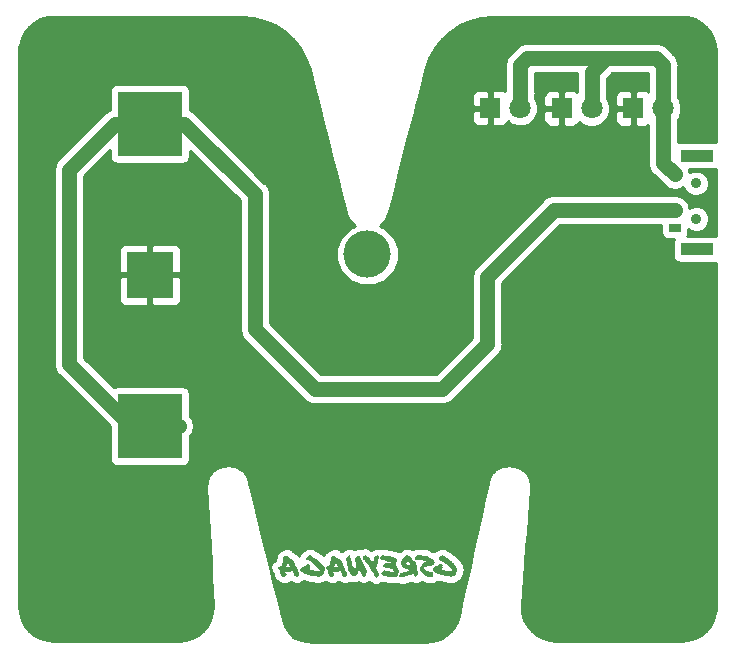
<source format=gbl>
G04 #@! TF.GenerationSoftware,KiCad,Pcbnew,6.0.0-rc1-unknown-5b3202d~66~ubuntu16.04.1*
G04 #@! TF.CreationDate,2018-12-07T08:51:36-07:00
G04 #@! TF.ProjectId,MakerCozumel,4d616b65-7243-46f7-9a75-6d656c2e6b69,rev?*
G04 #@! TF.SameCoordinates,Original*
G04 #@! TF.FileFunction,Copper,L2,Bot*
G04 #@! TF.FilePolarity,Positive*
%FSLAX46Y46*%
G04 Gerber Fmt 4.6, Leading zero omitted, Abs format (unit mm)*
G04 Created by KiCad (PCBNEW 6.0.0-rc1-unknown-5b3202d~66~ubuntu16.04.1) date Fri 07 Dec 2018 08:51:36 AM MST*
%MOMM*%
%LPD*%
G04 APERTURE LIST*
G04 #@! TA.AperFunction,EtchedComponent*
%ADD10C,0.100000*%
G04 #@! TD*
G04 #@! TA.AperFunction,SMDPad,CuDef*
%ADD11R,4.000000X4.000000*%
G04 #@! TD*
G04 #@! TA.AperFunction,SMDPad,CuDef*
%ADD12R,5.500000X5.500000*%
G04 #@! TD*
G04 #@! TA.AperFunction,ComponentPad*
%ADD13R,1.800000X1.800000*%
G04 #@! TD*
G04 #@! TA.AperFunction,ComponentPad*
%ADD14C,1.800000*%
G04 #@! TD*
G04 #@! TA.AperFunction,WasherPad*
%ADD15C,0.900000*%
G04 #@! TD*
G04 #@! TA.AperFunction,SMDPad,CuDef*
%ADD16R,2.800000X1.000000*%
G04 #@! TD*
G04 #@! TA.AperFunction,SMDPad,CuDef*
%ADD17R,1.000000X0.700000*%
G04 #@! TD*
G04 #@! TA.AperFunction,BGAPad,CuDef*
%ADD18C,4.000000*%
G04 #@! TD*
G04 #@! TA.AperFunction,Conductor*
%ADD19C,1.270000*%
G04 #@! TD*
G04 #@! TA.AperFunction,Conductor*
%ADD20C,0.254000*%
G04 #@! TD*
G04 APERTURE END LIST*
D10*
G04 #@! TO.C,svg2mod*
G36*
X131042127Y-125450380D02*
G01*
X131890797Y-124942327D01*
X131732201Y-124930580D01*
X131570669Y-124904146D01*
X131614725Y-124722055D01*
X131664651Y-124531153D01*
X131682274Y-124560522D01*
X131796815Y-124698558D01*
X131887860Y-124842470D01*
X131923105Y-124895337D01*
X131955409Y-124948205D01*
X131923105Y-124945282D01*
X131890795Y-124942359D01*
X131890797Y-124942327D01*
X131042127Y-125450380D01*
X131094994Y-125553174D01*
X131174293Y-125644219D01*
X131274149Y-125708832D01*
X131391628Y-125738201D01*
X131444495Y-125717644D01*
X131470929Y-125700021D01*
X131488551Y-125691210D01*
X131500297Y-125682399D01*
X131535542Y-125667711D01*
X131523796Y-125629531D01*
X131526719Y-125594286D01*
X131561964Y-125556106D01*
X131579586Y-125538484D01*
X131594274Y-125520861D01*
X131644200Y-125465059D01*
X131564903Y-125444501D01*
X131467983Y-125391634D01*
X131447425Y-125282966D01*
X131547282Y-125280044D01*
X131626579Y-125300601D01*
X131735247Y-125327035D01*
X131852726Y-125335846D01*
X131896782Y-125335846D01*
X131940838Y-125330000D01*
X131970207Y-125324155D01*
X131981953Y-125288910D01*
X131993699Y-125277163D01*
X132026009Y-125238983D01*
X132031855Y-125174370D01*
X132049478Y-125121503D01*
X132075911Y-125194927D01*
X132087658Y-125224296D01*
X132117026Y-125230142D01*
X132125838Y-125244829D01*
X132128760Y-125259516D01*
X132143448Y-125309443D01*
X132155194Y-125321189D01*
X132166940Y-125330000D01*
X132181628Y-125382868D01*
X132199250Y-125432794D01*
X132225684Y-125509155D01*
X132231530Y-125579641D01*
X132243276Y-125611951D01*
X132275586Y-125641320D01*
X132310831Y-125658943D01*
X132328453Y-125670689D01*
X132343141Y-125676535D01*
X132351952Y-125708838D01*
X132387197Y-125714684D01*
X132434188Y-125723495D01*
X132463557Y-125726418D01*
X132492926Y-125723495D01*
X132542852Y-125682380D01*
X132583967Y-125650070D01*
X132613336Y-125597203D01*
X132619182Y-125564899D01*
X132625027Y-125535530D01*
X132633839Y-125517908D01*
X132672019Y-125482663D01*
X132639709Y-125456229D01*
X132636786Y-125406303D01*
X132513434Y-125118481D01*
X132375397Y-124836533D01*
X132331340Y-124742551D01*
X132284349Y-124648568D01*
X132287272Y-124628011D01*
X132281426Y-124601577D01*
X132228559Y-124513468D01*
X132187444Y-124431233D01*
X132140452Y-124334313D01*
X132075839Y-124237394D01*
X132028848Y-124216836D01*
X132008291Y-124210991D01*
X131981857Y-124205145D01*
X131937801Y-124210991D01*
X131793890Y-124105260D01*
X131667601Y-123937853D01*
X131638232Y-123896738D01*
X131600052Y-123920231D01*
X131558937Y-123937853D01*
X131503134Y-123952541D01*
X131403278Y-123978974D01*
X131326917Y-124023031D01*
X131306359Y-124093517D01*
X131297548Y-124140509D01*
X131282861Y-124240365D01*
X131271115Y-124351969D01*
X131247616Y-124451826D01*
X131227058Y-124548745D01*
X131197690Y-124686783D01*
X131159510Y-124810135D01*
X131130141Y-124813058D01*
X131100772Y-124804246D01*
X131062592Y-124798401D01*
X131030288Y-124795478D01*
X131018542Y-124824847D01*
X130989173Y-124854215D01*
X130933371Y-124871838D01*
X130901061Y-124898272D01*
X130877568Y-124915894D01*
X130833512Y-124933516D01*
X130857005Y-124977573D01*
X130942176Y-125080366D01*
X131062592Y-125159664D01*
X131059669Y-125194909D01*
X131050858Y-125227213D01*
X131036170Y-125330006D01*
X131036170Y-125438674D01*
X131042016Y-125450420D01*
X131042127Y-125450380D01*
X131042127Y-125450380D01*
G37*
G36*
X132743120Y-125168432D02*
G01*
X132928149Y-125365208D01*
X133180727Y-125479750D01*
X133471486Y-125559047D01*
X133762245Y-125650093D01*
X133835669Y-125653016D01*
X133894407Y-125661827D01*
X133947274Y-125670638D01*
X134006011Y-125676484D01*
X134020699Y-125682330D01*
X134029510Y-125694076D01*
X134120556Y-125702887D01*
X134185169Y-125702887D01*
X134258593Y-125711699D01*
X134323206Y-125720510D01*
X134669767Y-125564851D01*
X134807804Y-125159551D01*
X134813650Y-125141928D01*
X134825396Y-125133117D01*
X134819551Y-125083191D01*
X134816628Y-125030323D01*
X134643347Y-124730754D01*
X134411328Y-124484049D01*
X134376083Y-124448804D01*
X134349649Y-124413559D01*
X134317345Y-124384190D01*
X134273289Y-124363633D01*
X134126441Y-124234407D01*
X133947287Y-124122802D01*
X133762258Y-124014135D01*
X133591915Y-123890782D01*
X133544924Y-123899593D01*
X133512620Y-123899593D01*
X133456817Y-123961269D01*
X133383394Y-123999449D01*
X133312907Y-124043505D01*
X133262981Y-124113992D01*
X133280603Y-124128680D01*
X133271792Y-124155113D01*
X133268869Y-124181547D01*
X133289426Y-124193293D01*
X133271804Y-124210916D01*
X133254181Y-124225603D01*
X133262993Y-124249096D01*
X133262993Y-124278465D01*
X133395156Y-124351888D01*
X133544940Y-124428250D01*
X133706473Y-124513421D01*
X133868006Y-124616214D01*
X134029538Y-124748378D01*
X134188134Y-124898163D01*
X134332045Y-125062632D01*
X134446586Y-125227102D01*
X134434840Y-125250594D01*
X134420152Y-125271152D01*
X134246872Y-125271152D01*
X134082403Y-125279963D01*
X134070656Y-125262341D01*
X134055975Y-125244718D01*
X133744657Y-125191851D01*
X133450961Y-125112553D01*
X133495018Y-125097865D01*
X133530262Y-125083184D01*
X133530262Y-125059691D01*
X133500894Y-125036193D01*
X133568444Y-124977455D01*
X133597812Y-124883472D01*
X133580190Y-124848227D01*
X133597812Y-124815917D01*
X133612494Y-124815917D01*
X133618340Y-124824728D01*
X133621262Y-124836475D01*
X133635950Y-124833552D01*
X133624204Y-124789496D01*
X133606581Y-124748381D01*
X133403931Y-124613281D01*
X133324633Y-124666148D01*
X133227714Y-124721951D01*
X133121983Y-124777753D01*
X133019189Y-124830620D01*
X132945766Y-124877612D01*
X132884089Y-124939288D01*
X132825352Y-124998025D01*
X132751927Y-125047952D01*
X132749005Y-125109628D01*
X132743159Y-125168366D01*
X132743120Y-125168432D01*
X132743120Y-125168432D01*
G37*
G36*
X135098150Y-125450380D02*
G01*
X135946831Y-124942327D01*
X135788235Y-124930580D01*
X135626702Y-124904146D01*
X135670758Y-124722055D01*
X135720685Y-124531153D01*
X135738307Y-124560522D01*
X135852848Y-124698558D01*
X135943894Y-124842470D01*
X135979139Y-124895337D01*
X136011449Y-124948205D01*
X135979139Y-124945282D01*
X135946835Y-124942359D01*
X135946831Y-124942327D01*
X135098150Y-125450380D01*
X135151017Y-125553174D01*
X135230315Y-125644219D01*
X135330172Y-125708832D01*
X135447650Y-125738201D01*
X135500517Y-125717644D01*
X135526951Y-125700021D01*
X135544574Y-125691210D01*
X135556320Y-125682399D01*
X135591565Y-125667711D01*
X135579819Y-125629531D01*
X135582741Y-125594286D01*
X135617986Y-125556106D01*
X135635609Y-125538484D01*
X135650296Y-125520861D01*
X135700223Y-125465059D01*
X135620925Y-125444501D01*
X135524005Y-125391634D01*
X135503448Y-125282966D01*
X135603304Y-125280044D01*
X135682603Y-125300601D01*
X135791270Y-125327035D01*
X135908748Y-125335846D01*
X135952804Y-125335846D01*
X135996861Y-125330000D01*
X136026229Y-125324155D01*
X136037976Y-125288910D01*
X136049722Y-125277163D01*
X136082032Y-125238983D01*
X136087878Y-125174370D01*
X136105500Y-125121503D01*
X136131934Y-125194927D01*
X136143680Y-125224296D01*
X136173049Y-125230142D01*
X136181860Y-125244829D01*
X136184783Y-125259516D01*
X136199470Y-125309443D01*
X136211217Y-125321189D01*
X136222963Y-125330000D01*
X136237650Y-125382868D01*
X136255273Y-125432794D01*
X136281707Y-125509155D01*
X136287552Y-125579641D01*
X136299299Y-125611951D01*
X136331602Y-125641320D01*
X136366847Y-125658943D01*
X136384470Y-125670689D01*
X136399157Y-125676535D01*
X136407968Y-125708838D01*
X136443213Y-125714684D01*
X136490205Y-125723495D01*
X136519573Y-125726418D01*
X136548942Y-125723495D01*
X136598868Y-125682380D01*
X136639984Y-125650070D01*
X136669352Y-125597203D01*
X136675198Y-125564899D01*
X136681044Y-125535530D01*
X136689855Y-125517908D01*
X136728035Y-125482663D01*
X136695731Y-125456229D01*
X136692808Y-125406303D01*
X136569456Y-125118481D01*
X136431419Y-124836533D01*
X136387363Y-124742551D01*
X136340372Y-124648568D01*
X136343294Y-124628011D01*
X136337449Y-124601577D01*
X136284581Y-124513468D01*
X136243466Y-124431233D01*
X136196475Y-124334313D01*
X136131862Y-124237394D01*
X136084871Y-124216836D01*
X136064313Y-124210991D01*
X136037879Y-124205145D01*
X135993823Y-124210991D01*
X135849912Y-124105260D01*
X135723623Y-123937853D01*
X135694254Y-123896738D01*
X135656074Y-123920231D01*
X135614959Y-123937853D01*
X135559156Y-123952541D01*
X135459300Y-123978974D01*
X135382939Y-124023031D01*
X135362381Y-124093517D01*
X135353570Y-124140509D01*
X135338883Y-124240365D01*
X135327136Y-124351969D01*
X135303644Y-124451826D01*
X135283086Y-124548745D01*
X135253718Y-124686783D01*
X135215538Y-124810135D01*
X135186169Y-124813058D01*
X135156800Y-124804246D01*
X135118620Y-124798401D01*
X135086310Y-124795478D01*
X135074564Y-124824847D01*
X135045195Y-124854215D01*
X134989393Y-124871838D01*
X134957089Y-124898272D01*
X134933590Y-124915894D01*
X134889534Y-124933516D01*
X134913033Y-124977573D01*
X134998204Y-125080366D01*
X135118619Y-125159664D01*
X135115697Y-125194909D01*
X135106885Y-125227213D01*
X135092204Y-125330006D01*
X135092204Y-125438674D01*
X135098050Y-125450420D01*
X135098150Y-125450380D01*
X135098150Y-125450380D01*
G37*
G36*
X137747286Y-125162558D02*
G01*
X137785466Y-125194868D01*
X137808958Y-125244794D01*
X137829516Y-125294721D01*
X137858885Y-125315278D01*
X137876507Y-125356393D01*
X137900006Y-125394573D01*
X137917628Y-125435688D01*
X137911783Y-125485615D01*
X137941151Y-125535541D01*
X137955839Y-125597217D01*
X137979331Y-125647143D01*
X138043944Y-125664766D01*
X138046867Y-125679453D01*
X138038056Y-125700011D01*
X138087982Y-125702934D01*
X138126162Y-125717615D01*
X138220145Y-125655939D01*
X138284758Y-125559019D01*
X138334684Y-125447415D01*
X138375799Y-125350496D01*
X138372876Y-125288819D01*
X138393434Y-125235952D01*
X138357044Y-125158948D01*
X138319826Y-125080661D01*
X138281786Y-125001087D01*
X138242918Y-124920229D01*
X138203222Y-124838086D01*
X138162704Y-124754658D01*
X138121357Y-124669945D01*
X138079183Y-124583947D01*
X138036874Y-124497445D01*
X137995114Y-124411217D01*
X137953901Y-124325265D01*
X137913243Y-124239589D01*
X137873132Y-124154188D01*
X137833576Y-124069062D01*
X137794568Y-123984211D01*
X137756114Y-123899636D01*
X137623951Y-123961312D01*
X137503535Y-124037673D01*
X137409553Y-124140467D01*
X137359627Y-124266755D01*
X137374314Y-124281443D01*
X137386060Y-124284366D01*
X137374314Y-124304923D01*
X137374314Y-124316670D01*
X137374314Y-124334292D01*
X137365503Y-124360726D01*
X137383125Y-124363649D01*
X137400748Y-124363649D01*
X137394902Y-124416516D01*
X137406648Y-124454696D01*
X137421336Y-124489941D01*
X137418413Y-124536932D01*
X137433100Y-124542778D01*
X137438946Y-124551589D01*
X137447757Y-124560400D01*
X137459504Y-124560400D01*
X137453658Y-124689627D01*
X137459504Y-124821790D01*
X137456581Y-124959827D01*
X137436023Y-125106675D01*
X137268617Y-124948078D01*
X137165823Y-124730744D01*
X137104147Y-124472292D01*
X137060091Y-124190344D01*
X137018976Y-124125731D01*
X136992542Y-124046432D01*
X136969049Y-123961261D01*
X136939681Y-123881963D01*
X136866256Y-123911332D01*
X136807519Y-123958323D01*
X136751716Y-124005314D01*
X136678293Y-124031748D01*
X136613680Y-124128667D01*
X136575500Y-124228524D01*
X136598992Y-124281392D01*
X136613680Y-124340129D01*
X136637172Y-124395932D01*
X136678287Y-124437047D01*
X136701780Y-124578021D01*
X136728213Y-124701373D01*
X136748771Y-124830599D01*
X136754617Y-124974510D01*
X136804543Y-125118421D01*
X136845658Y-125256458D01*
X136919082Y-125347504D01*
X136974885Y-125453234D01*
X136989572Y-125459080D01*
X137010130Y-125450269D01*
X137010130Y-125467891D01*
X137018941Y-125479637D01*
X137024787Y-125491384D01*
X137018941Y-125514882D01*
X137092365Y-125564809D01*
X137162852Y-125623546D01*
X137250961Y-125658791D01*
X137383124Y-125638233D01*
X137597522Y-125435584D01*
X137747307Y-125162446D01*
X137747286Y-125162558D01*
X137747286Y-125162558D01*
G37*
G36*
X138613688Y-124927602D02*
G01*
X138648933Y-124971658D01*
X138678302Y-125021584D01*
X138710606Y-125083261D01*
X138754662Y-125136128D01*
X138784031Y-125206615D01*
X138831022Y-125262417D01*
X138969059Y-125517932D01*
X138986681Y-125570800D01*
X139013115Y-125617791D01*
X139024861Y-125638349D01*
X139033672Y-125653036D01*
X139039518Y-125682405D01*
X139071828Y-125723520D01*
X139104132Y-125755824D01*
X139124689Y-125779316D01*
X139168746Y-125796939D01*
X139430135Y-125567856D01*
X139427212Y-125538487D01*
X139418401Y-125509119D01*
X139406655Y-125473874D01*
X139380221Y-125391639D01*
X139330295Y-125318215D01*
X139303861Y-125253602D01*
X139233374Y-125115565D01*
X139168761Y-125003961D01*
X139130581Y-124939348D01*
X139201068Y-124854176D01*
X139268618Y-124713202D01*
X139309733Y-124592786D01*
X139318545Y-124528173D01*
X139330291Y-124472371D01*
X139344978Y-124407758D01*
X139350824Y-124340208D01*
X139368447Y-124299093D01*
X139362601Y-124269724D01*
X139359678Y-124216857D01*
X139374365Y-124146370D01*
X139389053Y-124081757D01*
X139391976Y-124011270D01*
X139374353Y-123946657D01*
X139318551Y-123890854D01*
X139268624Y-123887931D01*
X139218698Y-123917300D01*
X139168772Y-123943734D01*
X139107096Y-123973102D01*
X139045420Y-124011282D01*
X139024862Y-124052398D01*
X138986682Y-124084701D01*
X138986682Y-124117011D01*
X138983760Y-124149315D01*
X138972013Y-124196306D01*
X138960267Y-124231551D01*
X138951456Y-124310849D01*
X138933833Y-124378399D01*
X138916211Y-124445949D01*
X138913288Y-124522310D01*
X138883919Y-124501752D01*
X138872173Y-124492941D01*
X138860427Y-124484130D01*
X138687146Y-124249174D01*
X138692992Y-124219805D01*
X138631316Y-124161067D01*
X138587260Y-124117011D01*
X138549080Y-124072955D01*
X138516770Y-124049456D01*
X138249507Y-123867365D01*
X138208392Y-123861519D01*
X138196646Y-123899699D01*
X138149654Y-123958437D01*
X138070356Y-124008363D01*
X138043923Y-124025986D01*
X138029235Y-124070042D01*
X138032158Y-124096476D01*
X138020412Y-124125844D01*
X138079149Y-124228638D01*
X138143762Y-124287376D01*
X138193689Y-124331432D01*
X138225992Y-124378423D01*
X138246550Y-124401922D01*
X138325848Y-124495904D01*
X138334659Y-124531149D01*
X138369904Y-124531149D01*
X138384592Y-124542895D01*
X138413960Y-124592822D01*
X138443329Y-124631002D01*
X138458017Y-124645689D01*
X138466828Y-124669182D01*
X138475639Y-124692674D01*
X138522630Y-124751412D01*
X138543188Y-124792527D01*
X138566680Y-124839518D01*
X138598984Y-124883574D01*
X138613672Y-124927631D01*
X138613688Y-124927602D01*
X138613688Y-124927602D01*
G37*
G36*
X139483027Y-124043577D02*
G01*
X139483027Y-124075887D01*
X139485950Y-124093510D01*
X139485950Y-124114067D01*
X139480104Y-124143436D01*
X139624015Y-124281473D01*
X139797296Y-124334340D01*
X139991135Y-124366650D01*
X140184974Y-124443011D01*
X140255461Y-124443011D01*
X140343570Y-124451822D01*
X140387626Y-124478256D01*
X140440494Y-124492943D01*
X140431682Y-124548745D01*
X140422871Y-124592802D01*
X140196725Y-124589879D01*
X139950021Y-124575191D01*
X139952943Y-124595749D01*
X139955866Y-124610436D01*
X139914751Y-124648616D01*
X139873636Y-124689731D01*
X139832521Y-124724976D01*
X139779654Y-124733788D01*
X139764966Y-124786655D01*
X139770812Y-124842457D01*
X139864794Y-124910007D01*
X139964651Y-124968745D01*
X140073319Y-125012801D01*
X140199608Y-125024547D01*
X140223101Y-125024547D01*
X140240723Y-125015736D01*
X140308274Y-125024547D01*
X140372886Y-125033359D01*
X140452184Y-125021612D01*
X140531482Y-125009866D01*
X140616654Y-125142029D01*
X140684204Y-125291814D01*
X140519734Y-125303560D01*
X140393445Y-125294749D01*
X140273030Y-125280068D01*
X140117371Y-125274222D01*
X139979334Y-125233107D01*
X139829550Y-125197862D01*
X139788434Y-125230166D01*
X139756125Y-125271281D01*
X139720880Y-125303591D01*
X139676823Y-125315337D01*
X139662136Y-125344706D01*
X139653325Y-125374075D01*
X139644514Y-125400508D01*
X139618080Y-125406354D01*
X139720874Y-125556139D01*
X139850100Y-125632500D01*
X140014569Y-125673615D01*
X140211345Y-125708860D01*
X140255401Y-125705938D01*
X140296517Y-125700092D01*
X140458049Y-125726525D01*
X140648951Y-125735337D01*
X140833980Y-125708903D01*
X140977891Y-125632542D01*
X141010201Y-125585551D01*
X141048381Y-125541495D01*
X141060127Y-125456324D01*
X141077749Y-125359404D01*
X141092431Y-125256610D01*
X141086585Y-125165564D01*
X141051340Y-125086267D01*
X141030783Y-125009906D01*
X141013160Y-124995224D01*
X140989667Y-124983478D01*
X140951487Y-124883621D01*
X140910372Y-124792576D01*
X140866316Y-124704467D01*
X140822260Y-124601674D01*
X140883936Y-124519439D01*
X140910370Y-124428393D01*
X140925057Y-124334410D01*
X140945615Y-124234554D01*
X140875127Y-124164067D01*
X140781145Y-124117076D01*
X140672478Y-124087707D01*
X140549126Y-124061273D01*
X140340601Y-124002536D01*
X140158510Y-123970232D01*
X139970545Y-123943798D01*
X139750273Y-123908553D01*
X139700346Y-123934987D01*
X139673913Y-123920300D01*
X139659225Y-123902677D01*
X139585802Y-123987849D01*
X139483008Y-124043651D01*
X139483027Y-124043577D01*
X139483027Y-124043577D01*
G37*
G36*
X142276075Y-125391641D02*
G01*
X142111602Y-124748475D01*
X141897204Y-124692673D01*
X141685743Y-124604564D01*
X141750356Y-124457716D01*
X141856087Y-124384292D01*
X141856089Y-124384293D01*
X141929513Y-124469464D01*
X142005874Y-124548762D01*
X142070487Y-124636871D01*
X142111602Y-124748475D01*
X142276075Y-125391641D01*
X142334812Y-125570796D01*
X142408237Y-125694147D01*
X142461104Y-125702959D01*
X142493414Y-125729392D01*
X142531594Y-125729392D01*
X142552152Y-125714705D01*
X142575650Y-125700017D01*
X142613830Y-125694172D01*
X142628518Y-125650116D01*
X142666698Y-125635428D01*
X142663775Y-125597248D01*
X142672586Y-125567879D01*
X142678432Y-125541446D01*
X142675509Y-125506201D01*
X142699001Y-125485643D01*
X142719559Y-125444528D01*
X142701937Y-125344672D01*
X142681379Y-125256563D01*
X142657886Y-125174328D01*
X142666698Y-125089156D01*
X142649075Y-125086233D01*
X142640264Y-125050988D01*
X142637341Y-125006932D01*
X142640264Y-124968752D01*
X142593273Y-124813094D01*
X142558028Y-124651561D01*
X142522783Y-124495902D01*
X142475792Y-124354928D01*
X142405305Y-124363739D01*
X142355378Y-124396043D01*
X142220278Y-124255069D01*
X142099863Y-124090599D01*
X141964763Y-123949626D01*
X141773861Y-123876202D01*
X141644635Y-123967248D01*
X141524219Y-124084726D01*
X141486039Y-124111159D01*
X141444924Y-124137593D01*
X141444924Y-124172838D01*
X141389122Y-124249199D01*
X141348007Y-124340245D01*
X141312762Y-124437164D01*
X141271647Y-124528210D01*
X141277492Y-124554644D01*
X141274569Y-124575201D01*
X141265758Y-124598700D01*
X141265758Y-124631004D01*
X141350930Y-124839527D01*
X141530084Y-124971691D01*
X141756230Y-125056862D01*
X141973565Y-125133223D01*
X141964754Y-125144970D01*
X141955942Y-125159657D01*
X141844338Y-125230144D01*
X141767978Y-125274200D01*
X141688679Y-125306510D01*
X141568264Y-125335879D01*
X141450786Y-125365248D01*
X141371488Y-125382870D01*
X141301001Y-125394616D01*
X141195270Y-125403428D01*
X141151214Y-125468041D01*
X141124780Y-125541465D01*
X141121857Y-125611952D01*
X141142415Y-125664819D01*
X141130669Y-125673631D01*
X141107170Y-125673631D01*
X141136539Y-125702999D01*
X141160031Y-125738244D01*
X141186465Y-125767613D01*
X141227580Y-125785236D01*
X141456663Y-125788158D01*
X141806161Y-125676554D01*
X141979441Y-125606067D01*
X142093982Y-125544391D01*
X142182091Y-125476841D01*
X142276074Y-125391669D01*
X142276075Y-125391641D01*
X142276075Y-125391641D01*
G37*
G36*
X144102863Y-124375453D02*
G01*
X144038249Y-124269723D01*
X143938393Y-124196299D01*
X143823851Y-124143432D01*
X143712247Y-124108187D01*
X143462606Y-124014204D01*
X143189468Y-123931969D01*
X142901647Y-123887913D01*
X142593266Y-123923158D01*
X142566832Y-123978960D01*
X142531587Y-124031828D01*
X142496342Y-124084695D01*
X142478720Y-124134622D01*
X142431729Y-124193359D01*
X142425883Y-124272657D01*
X142484620Y-124316713D01*
X142543358Y-124349017D01*
X142763630Y-124331395D01*
X142963343Y-124346082D01*
X143027956Y-124319648D01*
X143104317Y-124331395D01*
X143183615Y-124354887D01*
X143257038Y-124360733D01*
X143330463Y-124393037D01*
X143421508Y-124404783D01*
X143415663Y-124425341D01*
X143412740Y-124442963D01*
X143368684Y-124472332D01*
X143309946Y-124489954D01*
X143254144Y-124513447D01*
X143221840Y-124554562D01*
X143145479Y-124575120D01*
X143092611Y-124625046D01*
X143063242Y-124689659D01*
X143051496Y-124748396D01*
X143030939Y-124768954D01*
X143004505Y-124780700D01*
X142960449Y-124859998D01*
X142904646Y-124945170D01*
X142895835Y-125077333D01*
X142916392Y-125191875D01*
X143039745Y-125385713D01*
X143215962Y-125538435D01*
X143424486Y-125650039D01*
X143641821Y-125729338D01*
X143665320Y-125729338D01*
X143671165Y-125714650D01*
X143724033Y-125741084D01*
X143782770Y-125744007D01*
X143850320Y-125741084D01*
X143911997Y-125744007D01*
X143950177Y-125702892D01*
X143973669Y-125655900D01*
X143988357Y-125641213D01*
X143997168Y-125626526D01*
X143982480Y-125594222D01*
X143991292Y-125585411D01*
X144003038Y-125579565D01*
X144005961Y-125564883D01*
X143997150Y-125512016D01*
X144002995Y-125447403D01*
X144000072Y-125385727D01*
X143956016Y-125338735D01*
X143768051Y-125332890D01*
X143597708Y-125277087D01*
X143447923Y-125200727D01*
X143304012Y-125127303D01*
X143280513Y-125083247D01*
X143245268Y-125050937D01*
X143212958Y-125018633D01*
X143192401Y-124974577D01*
X143204147Y-124951078D01*
X143215894Y-124927585D01*
X143248197Y-124918774D01*
X143374487Y-124865907D01*
X143494902Y-124815981D01*
X143556578Y-124824792D01*
X143627065Y-124807169D01*
X143820904Y-124786612D01*
X143997122Y-124733744D01*
X144011809Y-124707311D01*
X144044113Y-124701465D01*
X144079358Y-124657409D01*
X144111662Y-124607482D01*
X144102850Y-124548745D01*
X144120473Y-124498819D01*
X144102850Y-124437142D01*
X144102850Y-124375466D01*
X144102863Y-124375453D01*
X144102863Y-124375453D01*
G37*
G36*
X143944267Y-125168432D02*
G01*
X144025768Y-125280771D01*
X144129295Y-125365208D01*
X144249711Y-125427619D01*
X144381874Y-125479749D01*
X144523582Y-125521601D01*
X144672632Y-125559044D01*
X144820214Y-125599429D01*
X144963391Y-125650092D01*
X145002302Y-125650823D01*
X145036810Y-125653015D01*
X145066179Y-125656668D01*
X145095547Y-125661844D01*
X145121981Y-125665498D01*
X145148415Y-125670674D01*
X145176316Y-125673597D01*
X145207152Y-125676519D01*
X145216700Y-125676519D01*
X145221815Y-125682365D01*
X145225469Y-125688211D01*
X145230645Y-125694118D01*
X145278373Y-125700724D01*
X145300587Y-125702369D01*
X145321699Y-125702919D01*
X145337853Y-125702919D01*
X145354008Y-125702919D01*
X145370163Y-125702919D01*
X145386318Y-125702919D01*
X145404123Y-125703470D01*
X145422294Y-125705114D01*
X145440836Y-125707854D01*
X145459743Y-125711690D01*
X145477000Y-125716622D01*
X145493521Y-125719728D01*
X145509304Y-125721007D01*
X145524357Y-125720457D01*
X145628619Y-125706324D01*
X145721133Y-125675670D01*
X145801899Y-125628496D01*
X145870918Y-125564800D01*
X145925801Y-125484401D01*
X145967099Y-125390051D01*
X145994817Y-125281750D01*
X146008951Y-125159499D01*
X146008220Y-125152893D01*
X146008951Y-125147778D01*
X146011143Y-125144124D01*
X146014796Y-125141932D01*
X146017719Y-125140288D01*
X146020642Y-125138278D01*
X146023565Y-125135903D01*
X146026488Y-125133163D01*
X146026123Y-125119030D01*
X146025027Y-125105999D01*
X146023200Y-125094070D01*
X146020642Y-125083243D01*
X146017171Y-125072227D01*
X146015527Y-125059744D01*
X146015715Y-125045794D01*
X146017725Y-125030376D01*
X145978260Y-124951078D01*
X145936225Y-124874717D01*
X145891621Y-124801293D01*
X145844447Y-124730806D01*
X145793602Y-124662522D01*
X145737982Y-124598643D01*
X145677588Y-124539169D01*
X145612424Y-124484103D01*
X145602511Y-124475292D01*
X145593334Y-124466481D01*
X145584888Y-124457669D01*
X145577179Y-124448858D01*
X145570018Y-124440047D01*
X145563223Y-124431236D01*
X145556798Y-124422424D01*
X145550770Y-124413613D01*
X145543244Y-124405167D01*
X145535352Y-124397458D01*
X145518466Y-124384244D01*
X145498639Y-124371761D01*
X145474410Y-124363687D01*
X145406860Y-124296137D01*
X145327562Y-124234461D01*
X145240188Y-124177191D01*
X145148408Y-124122856D01*
X145055159Y-124067790D01*
X144963379Y-124014192D01*
X144873802Y-123955454D01*
X144793036Y-123890841D01*
X144765135Y-123900389D01*
X144746045Y-123899659D01*
X144730626Y-123896736D01*
X144713741Y-123899659D01*
X144689511Y-123937108D01*
X144657938Y-123961337D01*
X144620489Y-123979690D01*
X144584513Y-123999517D01*
X144547801Y-124019344D01*
X144514023Y-124043573D01*
X144485385Y-124074410D01*
X144464097Y-124114057D01*
X144477317Y-124117711D01*
X144481701Y-124128726D01*
X144478048Y-124141210D01*
X144472872Y-124155160D01*
X144469218Y-124167643D01*
X144469949Y-124181594D01*
X144475064Y-124190405D01*
X144490482Y-124193328D01*
X144484636Y-124205074D01*
X144472878Y-124210920D01*
X144459664Y-124214574D01*
X144455280Y-124225589D01*
X144457472Y-124238803D01*
X144464079Y-124249082D01*
X144467002Y-124260828D01*
X144464079Y-124278451D01*
X144526488Y-124315894D01*
X144596242Y-124351869D01*
X144668931Y-124388582D01*
X144746026Y-124428229D01*
X144824590Y-124468614D01*
X144907559Y-124513401D01*
X144989060Y-124561129D01*
X145069092Y-124616194D01*
X145149124Y-124678604D01*
X145230624Y-124748357D01*
X145311391Y-124821047D01*
X145350673Y-124859045D01*
X145389219Y-124898144D01*
X145426851Y-124938157D01*
X145463380Y-124978907D01*
X145498808Y-125020393D01*
X145533134Y-125062611D01*
X145565626Y-125103726D01*
X145595549Y-125144841D01*
X145622896Y-125185956D01*
X145647674Y-125227071D01*
X145644751Y-125234049D01*
X145641828Y-125240291D01*
X145638905Y-125245771D01*
X145635982Y-125250521D01*
X145631780Y-125253992D01*
X145627944Y-125258559D01*
X145624473Y-125264222D01*
X145621368Y-125271023D01*
X145575296Y-125273216D01*
X145531057Y-125273946D01*
X145488657Y-125273216D01*
X145448090Y-125271023D01*
X145406975Y-125268283D01*
X145365860Y-125268834D01*
X145324745Y-125272670D01*
X145283630Y-125279831D01*
X145279611Y-125276543D01*
X145276323Y-125272524D01*
X145273765Y-125267774D01*
X145271938Y-125262233D01*
X145269929Y-125256753D01*
X145266823Y-125252003D01*
X145262622Y-125247984D01*
X145257263Y-125244696D01*
X145095730Y-125222665D01*
X144945945Y-125191822D01*
X144800566Y-125152905D01*
X144652250Y-125112521D01*
X144675011Y-125104440D01*
X144696306Y-125097834D01*
X144713928Y-125089759D01*
X144731551Y-125083152D01*
X144738894Y-125069938D01*
X144731551Y-125059666D01*
X144715396Y-125047919D01*
X144702182Y-125036167D01*
X144739625Y-125009739D01*
X144769731Y-124977430D01*
X144788821Y-124936308D01*
X144799100Y-124883441D01*
X144785886Y-124867286D01*
X144781501Y-124848196D01*
X144785886Y-124829837D01*
X144799100Y-124815886D01*
X144808648Y-124814425D01*
X144813763Y-124815886D01*
X144816685Y-124819540D01*
X144819608Y-124824716D01*
X144820339Y-124830561D01*
X144822531Y-124836468D01*
X144827646Y-124837199D01*
X144837200Y-124833545D01*
X144832816Y-124809316D01*
X144825466Y-124789489D01*
X144815187Y-124770399D01*
X144807844Y-124748374D01*
X144706519Y-124680824D01*
X144605194Y-124613274D01*
X144569212Y-124638234D01*
X144525893Y-124666141D01*
X144478165Y-124693306D01*
X144428969Y-124721944D01*
X144376102Y-124749108D01*
X144323240Y-124777746D01*
X144269642Y-124804180D01*
X144220447Y-124830614D01*
X144181536Y-124851171D01*
X144147028Y-124877605D01*
X144115455Y-124907711D01*
X144085349Y-124939284D01*
X144055980Y-124968652D01*
X144026612Y-124998021D01*
X143992103Y-125025186D01*
X143953193Y-125047947D01*
X143955385Y-125082456D01*
X143950270Y-125109620D01*
X143944424Y-125136048D01*
X143944445Y-125168358D01*
X143944426Y-125168391D01*
X143944267Y-125168432D01*
X143944267Y-125168432D01*
G37*
G04 #@! TD*
D11*
G04 #@! TO.P,BT1,2*
G04 #@! TO.N,GND*
X120015000Y-100177600D03*
D12*
G04 #@! TO.P,BT1,1*
G04 #@! TO.N,Net-(BT1-Pad1)*
X120015000Y-87377600D03*
X120015000Y-112977600D03*
G04 #@! TD*
D13*
G04 #@! TO.P,D1,1*
G04 #@! TO.N,GND*
X148818600Y-86055200D03*
D14*
G04 #@! TO.P,D1,2*
G04 #@! TO.N,Net-(D1-Pad2)*
X151358600Y-86055200D03*
G04 #@! TD*
G04 #@! TO.P,D2,2*
G04 #@! TO.N,Net-(D1-Pad2)*
X157403800Y-86080600D03*
D13*
G04 #@! TO.P,D2,1*
G04 #@! TO.N,GND*
X154863800Y-86080600D03*
G04 #@! TD*
G04 #@! TO.P,D3,1*
G04 #@! TO.N,GND*
X160934400Y-86080600D03*
D14*
G04 #@! TO.P,D3,2*
G04 #@! TO.N,Net-(D1-Pad2)*
X163474400Y-86080600D03*
G04 #@! TD*
D15*
G04 #@! TO.P,SW1,*
G04 #@! TO.N,*
X166290000Y-95420000D03*
X166240000Y-92420000D03*
D16*
G04 #@! TO.P,SW1,NC*
G04 #@! TO.N,N/C*
X166340000Y-98020000D03*
D17*
G04 #@! TO.P,SW1,2*
G04 #@! TO.N,Net-(BT1-Pad1)*
X164440000Y-94670000D03*
G04 #@! TO.P,SW1,3*
G04 #@! TO.N,N/C*
X164440000Y-96170000D03*
G04 #@! TO.P,SW1,1*
G04 #@! TO.N,Net-(D1-Pad2)*
X164440000Y-91670000D03*
D16*
G04 #@! TO.P,SW1,NC*
G04 #@! TO.N,N/C*
X166340000Y-90070000D03*
G04 #@! TD*
D18*
G04 #@! TO.P,REF\002A\002A,1*
G04 #@! TO.N,N/C*
X138430000Y-98425000D03*
G04 #@! TD*
D19*
G04 #@! TO.N,Net-(BT1-Pad1)*
X154250000Y-94670000D02*
X164440000Y-94670000D01*
X113157000Y-107701200D02*
X113157000Y-91287600D01*
X113157000Y-91287600D02*
X117067000Y-87377600D01*
X118433400Y-112977600D02*
X113157000Y-107701200D01*
X122453400Y-112977600D02*
X118433400Y-112977600D01*
X117067000Y-87377600D02*
X122937600Y-87377600D01*
X122937600Y-87377600D02*
X128905000Y-93345000D01*
X128905000Y-93345000D02*
X128905000Y-104775000D01*
X128905000Y-104775000D02*
X133985000Y-109855000D01*
X133985000Y-109855000D02*
X144780000Y-109855000D01*
X148590000Y-100330000D02*
X154250000Y-94670000D01*
X148590000Y-106045000D02*
X148590000Y-100330000D01*
X144780000Y-109855000D02*
X148590000Y-106045000D01*
G04 #@! TO.N,Net-(D1-Pad2)*
X163474400Y-90704400D02*
X163474400Y-86080600D01*
X164440000Y-91670000D02*
X163474400Y-90704400D01*
X163474400Y-86080600D02*
X163474400Y-82423000D01*
X163474400Y-82423000D02*
X162864800Y-81813400D01*
X162864800Y-81813400D02*
X158648400Y-81813400D01*
X157403800Y-84807808D02*
X157429200Y-84782408D01*
X157403800Y-86080600D02*
X157403800Y-84807808D01*
X157429200Y-83032600D02*
X158648400Y-81813400D01*
X157429200Y-84782408D02*
X157429200Y-83032600D01*
X151358600Y-84782408D02*
X151384000Y-84757008D01*
X151358600Y-86055200D02*
X151358600Y-84782408D01*
X151384000Y-84757008D02*
X151384000Y-82397600D01*
X151968200Y-81813400D02*
X158648400Y-81813400D01*
X151384000Y-82397600D02*
X151968200Y-81813400D01*
G04 #@! TD*
D20*
G04 #@! TO.N,GND*
G36*
X128776488Y-78400615D02*
G01*
X129713848Y-78644694D01*
X130589676Y-79035854D01*
X131389355Y-79561390D01*
X132097560Y-80208156D01*
X132698876Y-80962577D01*
X133178161Y-81810938D01*
X133527401Y-82758094D01*
X133903099Y-84228912D01*
X134311253Y-85826791D01*
X134697856Y-87340299D01*
X135087742Y-88866661D01*
X135473116Y-90375365D01*
X135833272Y-91785341D01*
X136231664Y-93344999D01*
X136616125Y-94850123D01*
X136619565Y-94875597D01*
X136631565Y-94910569D01*
X136640718Y-94946400D01*
X136651819Y-94969591D01*
X136731204Y-95200936D01*
X136750835Y-95258929D01*
X136751500Y-95260083D01*
X136751932Y-95261342D01*
X136782700Y-95314228D01*
X136842834Y-95418587D01*
X136843360Y-95422286D01*
X136905840Y-95527932D01*
X136935256Y-95578981D01*
X136937646Y-95581711D01*
X136939496Y-95584839D01*
X136978853Y-95628780D01*
X137045380Y-95704769D01*
X137045450Y-95704963D01*
X137047822Y-95707559D01*
X137059654Y-95721074D01*
X137060597Y-95721540D01*
X137128484Y-95795836D01*
X137168152Y-95840124D01*
X137170697Y-95842035D01*
X137172840Y-95844380D01*
X137220633Y-95879527D01*
X137319175Y-95953514D01*
X137322346Y-95954328D01*
X137382653Y-95998678D01*
X137389576Y-96003854D01*
X136937392Y-96191155D01*
X136196155Y-96932392D01*
X135795000Y-97900866D01*
X135795000Y-98949134D01*
X136196155Y-99917608D01*
X136937392Y-100658845D01*
X137905866Y-101060000D01*
X138954134Y-101060000D01*
X139922608Y-100658845D01*
X140663845Y-99917608D01*
X141065000Y-98949134D01*
X141065000Y-97900866D01*
X140663845Y-96932392D01*
X139922608Y-96191155D01*
X139470423Y-96003854D01*
X139477339Y-95998683D01*
X139537652Y-95954329D01*
X139540821Y-95953515D01*
X139639279Y-95879591D01*
X139687158Y-95844381D01*
X139689305Y-95842031D01*
X139691844Y-95840125D01*
X139731430Y-95795929D01*
X139799404Y-95721538D01*
X139800347Y-95721072D01*
X139812185Y-95707550D01*
X139814548Y-95704964D01*
X139814618Y-95704771D01*
X139881176Y-95628745D01*
X139920502Y-95584840D01*
X139922351Y-95581713D01*
X139924745Y-95578979D01*
X139954187Y-95527884D01*
X140016638Y-95422288D01*
X140017165Y-95418588D01*
X140077335Y-95314165D01*
X140108065Y-95261344D01*
X140108497Y-95260084D01*
X140109164Y-95258927D01*
X140128798Y-95200925D01*
X140208047Y-94969980D01*
X140218995Y-94947185D01*
X140228294Y-94910977D01*
X140240434Y-94875600D01*
X140243819Y-94850529D01*
X140638354Y-93314363D01*
X140638354Y-93314362D01*
X141026599Y-91802688D01*
X141026599Y-91802687D01*
X141383727Y-90412165D01*
X141383729Y-90412162D01*
X141803086Y-88779338D01*
X141803086Y-88779335D01*
X142191330Y-87267665D01*
X142191330Y-87267664D01*
X142429338Y-86340950D01*
X147283600Y-86340950D01*
X147283600Y-87081510D01*
X147380273Y-87314899D01*
X147558902Y-87493527D01*
X147792291Y-87590200D01*
X148532850Y-87590200D01*
X148691600Y-87431450D01*
X148691600Y-86182200D01*
X147442350Y-86182200D01*
X147283600Y-86340950D01*
X142429338Y-86340950D01*
X142569594Y-85794850D01*
X142766316Y-85028890D01*
X147283600Y-85028890D01*
X147283600Y-85769450D01*
X147442350Y-85928200D01*
X148691600Y-85928200D01*
X148691600Y-84678950D01*
X148532850Y-84520200D01*
X147792291Y-84520200D01*
X147558902Y-84616873D01*
X147380273Y-84795501D01*
X147283600Y-85028890D01*
X142766316Y-85028890D01*
X142951757Y-84306856D01*
X143334266Y-82817514D01*
X143667981Y-81844423D01*
X144137325Y-80984660D01*
X144735751Y-80221945D01*
X145446591Y-79569175D01*
X146252623Y-79039517D01*
X147136338Y-78645902D01*
X148080540Y-78400772D01*
X149096621Y-78313946D01*
X164964254Y-78313946D01*
X165592165Y-78376535D01*
X166143052Y-78546185D01*
X166640040Y-78814675D01*
X167072435Y-79170876D01*
X167428634Y-79603268D01*
X167697124Y-80100263D01*
X167866773Y-80651141D01*
X167929362Y-81279053D01*
X167929363Y-82653251D01*
X167929362Y-82653256D01*
X167929363Y-84121557D01*
X167929362Y-84121562D01*
X167929363Y-85589864D01*
X167929362Y-85589869D01*
X167929363Y-87058171D01*
X167929362Y-87058176D01*
X167929363Y-88526477D01*
X167929362Y-88526482D01*
X167929362Y-88960226D01*
X167740000Y-88922560D01*
X164940000Y-88922560D01*
X164744400Y-88961467D01*
X164744400Y-86981417D01*
X164775710Y-86950107D01*
X165009400Y-86385930D01*
X165009400Y-85775270D01*
X164775710Y-85211093D01*
X164744400Y-85179783D01*
X164744400Y-82548076D01*
X164769279Y-82423000D01*
X164744400Y-82297924D01*
X164744400Y-82297920D01*
X164670713Y-81927471D01*
X164390018Y-81507382D01*
X164283979Y-81436529D01*
X163851271Y-81003821D01*
X163780418Y-80897782D01*
X163360329Y-80617087D01*
X162989880Y-80543400D01*
X162989875Y-80543400D01*
X162864800Y-80518521D01*
X162739725Y-80543400D01*
X158773474Y-80543400D01*
X158648399Y-80518521D01*
X158523324Y-80543400D01*
X152093276Y-80543400D01*
X151968200Y-80518521D01*
X151843124Y-80543400D01*
X151843120Y-80543400D01*
X151472671Y-80617087D01*
X151052582Y-80897782D01*
X150981729Y-81003821D01*
X150574419Y-81411131D01*
X150468383Y-81481982D01*
X150397532Y-81588018D01*
X150397530Y-81588020D01*
X150187688Y-81902071D01*
X150089121Y-82397600D01*
X150114001Y-82522680D01*
X150114000Y-84529633D01*
X150093603Y-84632178D01*
X150078298Y-84616873D01*
X149844909Y-84520200D01*
X149104350Y-84520200D01*
X148945600Y-84678950D01*
X148945600Y-85928200D01*
X148965600Y-85928200D01*
X148965600Y-86182200D01*
X148945600Y-86182200D01*
X148945600Y-87431450D01*
X149104350Y-87590200D01*
X149844909Y-87590200D01*
X150078298Y-87493527D01*
X150256927Y-87314899D01*
X150312739Y-87180156D01*
X150489093Y-87356510D01*
X151053270Y-87590200D01*
X151663930Y-87590200D01*
X152228107Y-87356510D01*
X152659910Y-86924707D01*
X152891189Y-86366350D01*
X153328800Y-86366350D01*
X153328800Y-87106910D01*
X153425473Y-87340299D01*
X153604102Y-87518927D01*
X153837491Y-87615600D01*
X154578050Y-87615600D01*
X154736800Y-87456850D01*
X154736800Y-86207600D01*
X153487550Y-86207600D01*
X153328800Y-86366350D01*
X152891189Y-86366350D01*
X152893600Y-86360530D01*
X152893600Y-85749870D01*
X152659910Y-85185693D01*
X152628600Y-85154383D01*
X152628600Y-85054290D01*
X153328800Y-85054290D01*
X153328800Y-85794850D01*
X153487550Y-85953600D01*
X154736800Y-85953600D01*
X154736800Y-84704350D01*
X154578050Y-84545600D01*
X153837491Y-84545600D01*
X153604102Y-84642273D01*
X153425473Y-84820901D01*
X153328800Y-85054290D01*
X152628600Y-85054290D01*
X152628600Y-85009782D01*
X152654000Y-84882088D01*
X152654000Y-84882084D01*
X152678879Y-84757009D01*
X152654000Y-84631934D01*
X152654000Y-83083400D01*
X156144426Y-83083400D01*
X156159200Y-83157675D01*
X156159200Y-84555034D01*
X156138803Y-84657578D01*
X156123498Y-84642273D01*
X155890109Y-84545600D01*
X155149550Y-84545600D01*
X154990800Y-84704350D01*
X154990800Y-85953600D01*
X155010800Y-85953600D01*
X155010800Y-86207600D01*
X154990800Y-86207600D01*
X154990800Y-87456850D01*
X155149550Y-87615600D01*
X155890109Y-87615600D01*
X156123498Y-87518927D01*
X156302127Y-87340299D01*
X156357939Y-87205556D01*
X156534293Y-87381910D01*
X157098470Y-87615600D01*
X157709130Y-87615600D01*
X158273307Y-87381910D01*
X158705110Y-86950107D01*
X158938800Y-86385930D01*
X158938800Y-86366350D01*
X159399400Y-86366350D01*
X159399400Y-87106910D01*
X159496073Y-87340299D01*
X159674702Y-87518927D01*
X159908091Y-87615600D01*
X160648650Y-87615600D01*
X160807400Y-87456850D01*
X160807400Y-86207600D01*
X159558150Y-86207600D01*
X159399400Y-86366350D01*
X158938800Y-86366350D01*
X158938800Y-85775270D01*
X158705110Y-85211093D01*
X158673800Y-85179783D01*
X158673800Y-85054290D01*
X159399400Y-85054290D01*
X159399400Y-85794850D01*
X159558150Y-85953600D01*
X160807400Y-85953600D01*
X160807400Y-84704350D01*
X160648650Y-84545600D01*
X159908091Y-84545600D01*
X159674702Y-84642273D01*
X159496073Y-84820901D01*
X159399400Y-85054290D01*
X158673800Y-85054290D01*
X158673800Y-85035182D01*
X158699200Y-84907488D01*
X158699200Y-84907484D01*
X158724079Y-84782409D01*
X158699200Y-84657334D01*
X158699200Y-83558650D01*
X159174451Y-83083400D01*
X162204401Y-83083400D01*
X162204400Y-84652575D01*
X162194098Y-84642273D01*
X161960709Y-84545600D01*
X161220150Y-84545600D01*
X161061400Y-84704350D01*
X161061400Y-85953600D01*
X161081400Y-85953600D01*
X161081400Y-86207600D01*
X161061400Y-86207600D01*
X161061400Y-87456850D01*
X161220150Y-87615600D01*
X161960709Y-87615600D01*
X162194098Y-87518927D01*
X162204401Y-87508624D01*
X162204400Y-90579325D01*
X162179521Y-90704400D01*
X162204400Y-90829475D01*
X162204400Y-90829479D01*
X162278087Y-91199928D01*
X162558782Y-91620018D01*
X162664821Y-91690871D01*
X163630419Y-92656470D01*
X163944471Y-92866313D01*
X164440000Y-92964879D01*
X164935529Y-92866313D01*
X165182202Y-92701491D01*
X165320182Y-93034603D01*
X165625397Y-93339818D01*
X166024180Y-93505000D01*
X166455820Y-93505000D01*
X166854603Y-93339818D01*
X167159818Y-93034603D01*
X167325000Y-92635820D01*
X167325000Y-92204180D01*
X167159818Y-91805397D01*
X166854603Y-91500182D01*
X166455820Y-91335000D01*
X166024180Y-91335000D01*
X165695338Y-91471211D01*
X165644860Y-91217440D01*
X167740000Y-91217440D01*
X167929363Y-91179774D01*
X167929363Y-91463091D01*
X167929362Y-91463096D01*
X167929363Y-92931397D01*
X167929362Y-92931402D01*
X167929363Y-94399704D01*
X167929362Y-94399709D01*
X167929363Y-95868011D01*
X167929362Y-95868016D01*
X167929363Y-96910226D01*
X167740000Y-96872560D01*
X165468135Y-96872560D01*
X165538157Y-96767765D01*
X165587440Y-96520000D01*
X165587440Y-96251861D01*
X165675397Y-96339818D01*
X166074180Y-96505000D01*
X166505820Y-96505000D01*
X166904603Y-96339818D01*
X167209818Y-96034603D01*
X167375000Y-95635820D01*
X167375000Y-95204180D01*
X167209818Y-94805397D01*
X166904603Y-94500182D01*
X166505820Y-94335000D01*
X166074180Y-94335000D01*
X165699144Y-94490345D01*
X165636313Y-94174471D01*
X165355618Y-93754382D01*
X164935529Y-93473687D01*
X164565080Y-93400000D01*
X154375076Y-93400000D01*
X154250000Y-93375121D01*
X154124924Y-93400000D01*
X154124920Y-93400000D01*
X153754471Y-93473687D01*
X153334382Y-93754382D01*
X153263531Y-93860418D01*
X147780419Y-99343531D01*
X147674383Y-99414382D01*
X147603532Y-99520418D01*
X147603530Y-99520420D01*
X147393688Y-99834471D01*
X147295121Y-100330000D01*
X147320001Y-100455080D01*
X147320000Y-105518949D01*
X144253950Y-108585000D01*
X134511051Y-108585000D01*
X130175000Y-104248950D01*
X130175000Y-93470074D01*
X130199879Y-93344999D01*
X130175000Y-93219924D01*
X130175000Y-93219920D01*
X130101313Y-92849471D01*
X129922914Y-92582479D01*
X129891470Y-92535419D01*
X129891469Y-92535418D01*
X129820618Y-92429382D01*
X129714582Y-92358531D01*
X123924071Y-86568021D01*
X123853218Y-86461982D01*
X123433129Y-86181287D01*
X123412440Y-86177172D01*
X123412440Y-84627600D01*
X123363157Y-84379835D01*
X123222809Y-84169791D01*
X123012765Y-84029443D01*
X122765000Y-83980160D01*
X117265000Y-83980160D01*
X117017235Y-84029443D01*
X116807191Y-84169791D01*
X116666843Y-84379835D01*
X116617560Y-84627600D01*
X116617560Y-86172119D01*
X116571471Y-86181287D01*
X116532091Y-86207600D01*
X116265202Y-86385930D01*
X116151382Y-86461982D01*
X116080531Y-86568018D01*
X112347419Y-90301131D01*
X112241383Y-90371982D01*
X112170532Y-90478018D01*
X112170530Y-90478020D01*
X111960688Y-90792071D01*
X111862121Y-91287600D01*
X111887001Y-91412680D01*
X111887000Y-107576125D01*
X111862121Y-107701200D01*
X111887000Y-107826275D01*
X111887000Y-107826279D01*
X111960687Y-108196728D01*
X112241382Y-108616818D01*
X112347421Y-108687671D01*
X116617560Y-112957812D01*
X116617560Y-115727600D01*
X116666843Y-115975365D01*
X116807191Y-116185409D01*
X117017235Y-116325757D01*
X117265000Y-116375040D01*
X122765000Y-116375040D01*
X123012765Y-116325757D01*
X123222809Y-116185409D01*
X123363157Y-115975365D01*
X123412440Y-115727600D01*
X123412440Y-113828233D01*
X123649713Y-113473129D01*
X123748280Y-112977600D01*
X123649713Y-112482071D01*
X123412440Y-112126967D01*
X123412440Y-110227600D01*
X123363157Y-109979835D01*
X123222809Y-109769791D01*
X123012765Y-109629443D01*
X122765000Y-109580160D01*
X117265000Y-109580160D01*
X117017235Y-109629443D01*
X116935745Y-109683894D01*
X114427000Y-107175150D01*
X114427000Y-100463350D01*
X117380000Y-100463350D01*
X117380000Y-102303909D01*
X117476673Y-102537298D01*
X117655301Y-102715927D01*
X117888690Y-102812600D01*
X119729250Y-102812600D01*
X119888000Y-102653850D01*
X119888000Y-100304600D01*
X120142000Y-100304600D01*
X120142000Y-102653850D01*
X120300750Y-102812600D01*
X122141310Y-102812600D01*
X122374699Y-102715927D01*
X122553327Y-102537298D01*
X122650000Y-102303909D01*
X122650000Y-100463350D01*
X122491250Y-100304600D01*
X120142000Y-100304600D01*
X119888000Y-100304600D01*
X117538750Y-100304600D01*
X117380000Y-100463350D01*
X114427000Y-100463350D01*
X114427000Y-98051291D01*
X117380000Y-98051291D01*
X117380000Y-99891850D01*
X117538750Y-100050600D01*
X119888000Y-100050600D01*
X119888000Y-97701350D01*
X120142000Y-97701350D01*
X120142000Y-100050600D01*
X122491250Y-100050600D01*
X122650000Y-99891850D01*
X122650000Y-98051291D01*
X122553327Y-97817902D01*
X122374699Y-97639273D01*
X122141310Y-97542600D01*
X120300750Y-97542600D01*
X120142000Y-97701350D01*
X119888000Y-97701350D01*
X119729250Y-97542600D01*
X117888690Y-97542600D01*
X117655301Y-97639273D01*
X117476673Y-97817902D01*
X117380000Y-98051291D01*
X114427000Y-98051291D01*
X114427000Y-91813650D01*
X116617560Y-89623091D01*
X116617560Y-90127600D01*
X116666843Y-90375365D01*
X116807191Y-90585409D01*
X117017235Y-90725757D01*
X117265000Y-90775040D01*
X122765000Y-90775040D01*
X123012765Y-90725757D01*
X123222809Y-90585409D01*
X123363157Y-90375365D01*
X123412440Y-90127600D01*
X123412440Y-89648490D01*
X127635000Y-93871051D01*
X127635001Y-104649920D01*
X127610121Y-104775000D01*
X127708688Y-105270529D01*
X127918530Y-105584580D01*
X127918532Y-105584582D01*
X127989383Y-105690618D01*
X128095419Y-105761469D01*
X132998531Y-110664582D01*
X133069382Y-110770618D01*
X133175418Y-110841469D01*
X133175419Y-110841470D01*
X133489470Y-111051313D01*
X133571899Y-111067709D01*
X133859920Y-111125000D01*
X133859923Y-111125000D01*
X133985000Y-111149879D01*
X134110076Y-111125000D01*
X144654925Y-111125000D01*
X144780000Y-111149879D01*
X144905075Y-111125000D01*
X144905080Y-111125000D01*
X145275529Y-111051313D01*
X145695618Y-110770618D01*
X145766471Y-110664579D01*
X149399582Y-107031469D01*
X149505618Y-106960618D01*
X149608358Y-106806858D01*
X149786313Y-106540529D01*
X149803034Y-106456465D01*
X149860000Y-106170080D01*
X149860000Y-106170076D01*
X149884879Y-106045000D01*
X149860000Y-105919924D01*
X149860000Y-100856050D01*
X154776051Y-95940000D01*
X163292560Y-95940000D01*
X163292560Y-96520000D01*
X163341843Y-96767765D01*
X163482191Y-96977809D01*
X163692235Y-97118157D01*
X163940000Y-97167440D01*
X164411865Y-97167440D01*
X164341843Y-97272235D01*
X164292560Y-97520000D01*
X164292560Y-98520000D01*
X164341843Y-98767765D01*
X164482191Y-98977809D01*
X164692235Y-99118157D01*
X164940000Y-99167440D01*
X167740000Y-99167440D01*
X167929362Y-99129774D01*
X167929363Y-100272931D01*
X167929362Y-100272936D01*
X167929363Y-101741237D01*
X167929362Y-101741242D01*
X167929363Y-103209544D01*
X167929362Y-103209549D01*
X167929363Y-104677850D01*
X167929362Y-104677855D01*
X167929363Y-106146156D01*
X167929362Y-106146161D01*
X167929363Y-107614465D01*
X167929362Y-107614470D01*
X167929363Y-109082771D01*
X167929362Y-109082776D01*
X167929363Y-110551078D01*
X167929362Y-110551083D01*
X167929363Y-112019384D01*
X167929362Y-112019389D01*
X167929363Y-113487690D01*
X167929362Y-113487695D01*
X167929363Y-114955996D01*
X167929362Y-114956001D01*
X167929363Y-116424305D01*
X167929362Y-116424310D01*
X167929363Y-117892612D01*
X167929362Y-117892617D01*
X167929363Y-119360918D01*
X167929362Y-119360923D01*
X167929363Y-120829224D01*
X167929362Y-120829229D01*
X167929363Y-122297530D01*
X167929362Y-122297535D01*
X167929363Y-123765836D01*
X167929362Y-123765841D01*
X167929363Y-125234145D01*
X167929362Y-125234150D01*
X167929363Y-126702452D01*
X167929362Y-126702457D01*
X167929363Y-128225370D01*
X167925355Y-128386241D01*
X167914050Y-128536664D01*
X167895462Y-128684516D01*
X167873888Y-128806549D01*
X167697124Y-129380528D01*
X167428634Y-129877522D01*
X167072435Y-130309914D01*
X166640040Y-130666116D01*
X166143047Y-130934606D01*
X165592165Y-131104256D01*
X164964254Y-131166845D01*
X154453923Y-131166845D01*
X153826011Y-131104256D01*
X153275129Y-130934606D01*
X152778139Y-130666117D01*
X152345745Y-130309917D01*
X151989543Y-129877522D01*
X151721053Y-129380531D01*
X151551402Y-128829649D01*
X151491291Y-128226585D01*
X151590888Y-126956748D01*
X151590887Y-126956743D01*
X151680263Y-125817184D01*
X151779426Y-124552846D01*
X151888266Y-123165169D01*
X151888265Y-123165164D01*
X151984423Y-121939139D01*
X152086518Y-120637450D01*
X152086517Y-120637445D01*
X152176488Y-119490302D01*
X152279627Y-118175317D01*
X152284868Y-118116350D01*
X152284511Y-118113048D01*
X152284771Y-118109734D01*
X152277792Y-118050907D01*
X152249175Y-117786227D01*
X152253616Y-117766743D01*
X152235665Y-117661276D01*
X152231022Y-117618334D01*
X152225195Y-117599764D01*
X152221928Y-117580568D01*
X152206506Y-117540203D01*
X152174483Y-117438143D01*
X152161660Y-117422819D01*
X152124791Y-117326313D01*
X152122933Y-117296743D01*
X152080024Y-117209136D01*
X152067966Y-117177576D01*
X152052577Y-117153101D01*
X152039863Y-117127142D01*
X152019372Y-117100288D01*
X151967445Y-117017698D01*
X151943275Y-117000559D01*
X151902820Y-116947540D01*
X151894508Y-116923742D01*
X151826668Y-116847740D01*
X151803552Y-116817445D01*
X151785117Y-116801190D01*
X151768749Y-116782852D01*
X151738314Y-116759919D01*
X151661903Y-116692542D01*
X151638054Y-116684374D01*
X151618102Y-116669341D01*
X151612866Y-116661030D01*
X151517489Y-116593530D01*
X151475117Y-116561603D01*
X151466513Y-116557453D01*
X151458713Y-116551933D01*
X151410243Y-116530314D01*
X151305015Y-116479563D01*
X151295209Y-116479007D01*
X151199408Y-116436278D01*
X151149888Y-116412733D01*
X151142351Y-116410829D01*
X151135253Y-116407663D01*
X151081789Y-116395528D01*
X150904070Y-116350628D01*
X150865942Y-116338077D01*
X150843569Y-116335342D01*
X150821717Y-116329821D01*
X150781631Y-116327770D01*
X150651312Y-116311839D01*
X150623975Y-116305435D01*
X150589377Y-116304267D01*
X150555021Y-116300067D01*
X150527026Y-116302162D01*
X150434857Y-116299051D01*
X150394758Y-116294877D01*
X150372494Y-116296945D01*
X150350147Y-116296191D01*
X150310359Y-116302718D01*
X150140320Y-116318516D01*
X150133809Y-116316647D01*
X150014797Y-116330177D01*
X149959023Y-116335359D01*
X149952710Y-116337236D01*
X149946165Y-116337980D01*
X149892804Y-116355046D01*
X149778002Y-116389178D01*
X149772743Y-116393446D01*
X149747312Y-116401579D01*
X149732383Y-116401016D01*
X149627486Y-116439903D01*
X149581665Y-116454558D01*
X149568943Y-116461606D01*
X149555307Y-116466661D01*
X149514330Y-116491861D01*
X149416468Y-116546075D01*
X149408216Y-116556444D01*
X149396368Y-116558852D01*
X149302658Y-116622033D01*
X149260705Y-116647833D01*
X149250884Y-116656940D01*
X149239781Y-116664426D01*
X149205101Y-116699395D01*
X149122228Y-116776245D01*
X149117598Y-116786331D01*
X149054239Y-116851517D01*
X149012438Y-116893667D01*
X149010658Y-116896355D01*
X149008411Y-116898667D01*
X148976144Y-116948476D01*
X148908170Y-117051127D01*
X148907536Y-117054383D01*
X148881628Y-117094378D01*
X148852326Y-117136223D01*
X148847680Y-117146781D01*
X148841406Y-117156466D01*
X148822525Y-117203948D01*
X148770833Y-117321421D01*
X148753877Y-117352453D01*
X148745708Y-117378517D01*
X148734702Y-117403529D01*
X148727045Y-117438064D01*
X148704547Y-117509846D01*
X148696906Y-117525890D01*
X148685883Y-117569396D01*
X148672455Y-117612241D01*
X148670550Y-117629917D01*
X148665193Y-117651061D01*
X148661240Y-117660062D01*
X148649847Y-117711629D01*
X148636886Y-117762787D01*
X148636377Y-117772599D01*
X148332860Y-119146418D01*
X148033441Y-120501676D01*
X148033440Y-120501679D01*
X147719542Y-121922484D01*
X147719541Y-121922487D01*
X147405643Y-123343292D01*
X147405642Y-123343295D01*
X147079501Y-124819521D01*
X146777843Y-126184911D01*
X146777842Y-126184914D01*
X146463944Y-127605719D01*
X146463943Y-127605722D01*
X146144147Y-129053224D01*
X145979044Y-129538085D01*
X145752016Y-129956955D01*
X145464050Y-130323970D01*
X145121328Y-130635517D01*
X144729834Y-130887185D01*
X144295417Y-131074012D01*
X143823758Y-131190572D01*
X143294830Y-131232949D01*
X135914368Y-131232949D01*
X135913496Y-131232778D01*
X135851927Y-131232949D01*
X135790178Y-131232949D01*
X135789304Y-131233123D01*
X134790055Y-131235898D01*
X133890420Y-131220029D01*
X133158690Y-131152834D01*
X132592329Y-131013426D01*
X132161515Y-130789407D01*
X131802723Y-130440419D01*
X131474040Y-129883807D01*
X131175187Y-129042507D01*
X130821086Y-127592378D01*
X130821085Y-127592377D01*
X130474144Y-126171570D01*
X130474143Y-126171568D01*
X130169938Y-124925769D01*
X130198559Y-124925769D01*
X130204979Y-124960240D01*
X130201508Y-124995132D01*
X130227487Y-125081078D01*
X130243927Y-125169344D01*
X130263051Y-125198735D01*
X130273196Y-125232299D01*
X130296689Y-125276356D01*
X130337451Y-125326125D01*
X130368041Y-125382713D01*
X130401170Y-125422697D01*
X130401170Y-125438674D01*
X130405506Y-125460473D01*
X130402685Y-125482523D01*
X130414758Y-125526929D01*
X130413949Y-125543216D01*
X130432037Y-125593853D01*
X130439295Y-125630343D01*
X130444621Y-125665697D01*
X130447168Y-125669925D01*
X130449506Y-125681678D01*
X130461856Y-125700161D01*
X130467687Y-125721609D01*
X130473533Y-125733354D01*
X130476341Y-125736986D01*
X130477433Y-125740803D01*
X130530300Y-125843597D01*
X130578024Y-125903665D01*
X130616157Y-125970235D01*
X130695455Y-126061280D01*
X130765668Y-126115536D01*
X130829327Y-126177345D01*
X130929183Y-126241958D01*
X131025978Y-126280390D01*
X131120143Y-126324873D01*
X131237621Y-126354242D01*
X131308485Y-126357691D01*
X131377756Y-126373050D01*
X131431047Y-126363655D01*
X131485093Y-126366285D01*
X131551885Y-126342351D01*
X131562018Y-126340565D01*
X131567732Y-126340571D01*
X131572013Y-126338803D01*
X131621758Y-126330033D01*
X131674625Y-126309476D01*
X131714475Y-126284090D01*
X131718336Y-126282707D01*
X131722318Y-126279094D01*
X131728340Y-126275258D01*
X131754910Y-126267982D01*
X131772532Y-126259171D01*
X131778900Y-126254229D01*
X131779809Y-126253850D01*
X131783165Y-126251597D01*
X131796734Y-126245993D01*
X131823168Y-126228370D01*
X131834272Y-126217289D01*
X131840369Y-126213196D01*
X131869593Y-126199179D01*
X131881338Y-126190368D01*
X131884052Y-126187340D01*
X131926655Y-126164353D01*
X131934489Y-126171161D01*
X132016226Y-126247831D01*
X132027682Y-126252152D01*
X132036921Y-126260182D01*
X132143194Y-126295726D01*
X132248046Y-126335279D01*
X132276726Y-126340036D01*
X132317162Y-126347618D01*
X132344829Y-126347314D01*
X132371299Y-126355373D01*
X132400668Y-126358296D01*
X132431065Y-126355334D01*
X132431756Y-126355542D01*
X132464510Y-126352260D01*
X132526446Y-126358296D01*
X132555815Y-126355373D01*
X132614734Y-126337434D01*
X132647265Y-126334264D01*
X132647996Y-126333874D01*
X132678287Y-126330839D01*
X132733209Y-126301363D01*
X132792837Y-126283208D01*
X132841305Y-126243348D01*
X132896597Y-126213673D01*
X132940921Y-126177173D01*
X132976324Y-126149351D01*
X132977370Y-126148130D01*
X132978802Y-126147394D01*
X133023246Y-126094993D01*
X133292987Y-126168557D01*
X133572491Y-126256078D01*
X133655661Y-126265021D01*
X133736986Y-126284590D01*
X133775759Y-126286134D01*
X133795126Y-126289039D01*
X133842882Y-126296998D01*
X133864087Y-126296336D01*
X133869317Y-126297929D01*
X133939759Y-126322701D01*
X133954351Y-126321904D01*
X133968343Y-126326123D01*
X134059389Y-126334934D01*
X134090192Y-126331847D01*
X134120556Y-126337887D01*
X134147197Y-126337887D01*
X134177879Y-126341569D01*
X134237408Y-126349687D01*
X134289973Y-126346486D01*
X134341905Y-126355235D01*
X134412458Y-126339028D01*
X134484714Y-126334628D01*
X134532053Y-126311555D01*
X134583380Y-126299764D01*
X134876046Y-126168312D01*
X134885352Y-126177347D01*
X134985209Y-126241960D01*
X135082002Y-126280391D01*
X135176164Y-126324873D01*
X135293642Y-126354242D01*
X135364507Y-126357691D01*
X135433778Y-126373050D01*
X135487069Y-126363655D01*
X135541114Y-126366285D01*
X135607906Y-126342352D01*
X135618040Y-126340565D01*
X135623754Y-126340571D01*
X135628035Y-126338803D01*
X135677780Y-126330033D01*
X135730647Y-126309476D01*
X135770495Y-126284092D01*
X135774357Y-126282708D01*
X135778341Y-126279094D01*
X135784354Y-126275263D01*
X135810919Y-126267989D01*
X135828542Y-126259178D01*
X135834915Y-126254232D01*
X135835832Y-126253850D01*
X135839190Y-126251596D01*
X135852756Y-126245993D01*
X135879190Y-126228370D01*
X135890292Y-126217291D01*
X135896392Y-126213196D01*
X135925616Y-126199179D01*
X135937361Y-126190368D01*
X135940075Y-126187340D01*
X135982674Y-126164355D01*
X135990505Y-126171161D01*
X136072242Y-126247831D01*
X136083698Y-126252152D01*
X136092937Y-126260182D01*
X136199210Y-126295726D01*
X136304062Y-126335279D01*
X136332723Y-126340033D01*
X136373182Y-126347619D01*
X136400847Y-126347315D01*
X136427314Y-126355373D01*
X136456682Y-126358296D01*
X136487081Y-126355334D01*
X136487772Y-126355542D01*
X136520526Y-126352260D01*
X136582462Y-126358296D01*
X136611831Y-126355373D01*
X136670747Y-126337435D01*
X136703278Y-126334265D01*
X136704011Y-126333874D01*
X136734303Y-126330839D01*
X136789225Y-126301363D01*
X136848853Y-126283208D01*
X136897321Y-126243348D01*
X136942265Y-126219227D01*
X137015120Y-126248371D01*
X137059797Y-126256693D01*
X137101016Y-126275834D01*
X137180492Y-126279177D01*
X137258694Y-126293744D01*
X137303157Y-126284335D01*
X137348562Y-126286245D01*
X137480724Y-126265688D01*
X137543556Y-126242705D01*
X137609511Y-126231507D01*
X137658772Y-126200562D01*
X137663985Y-126198655D01*
X137673868Y-126205435D01*
X137761179Y-126271469D01*
X137775609Y-126275228D01*
X137787907Y-126283664D01*
X137879233Y-126302992D01*
X137898259Y-126310308D01*
X137933810Y-126316438D01*
X137957747Y-126322673D01*
X137997118Y-126339365D01*
X138070302Y-126339972D01*
X138142421Y-126352407D01*
X138193012Y-126340990D01*
X138244874Y-126341420D01*
X138312718Y-126313975D01*
X138384108Y-126297864D01*
X138426481Y-126267954D01*
X138474557Y-126248506D01*
X138568540Y-126186830D01*
X138570693Y-126184712D01*
X138573486Y-126183552D01*
X138607442Y-126149525D01*
X138622815Y-126172533D01*
X138640183Y-126189901D01*
X138646818Y-126197483D01*
X138650919Y-126200637D01*
X138655119Y-126204837D01*
X138664736Y-126211263D01*
X138666869Y-126212904D01*
X138681182Y-126233769D01*
X138764466Y-126287960D01*
X138843219Y-126348526D01*
X138867649Y-126355100D01*
X138888854Y-126368898D01*
X138932911Y-126386521D01*
X139030820Y-126404759D01*
X139127011Y-126430566D01*
X139151853Y-126427304D01*
X139176486Y-126431892D01*
X139273918Y-126411274D01*
X139372667Y-126398306D01*
X139394372Y-126385784D01*
X139418883Y-126380597D01*
X139501012Y-126324261D01*
X139587277Y-126274492D01*
X139644629Y-126224229D01*
X139696098Y-126248542D01*
X139860567Y-126289657D01*
X139882327Y-126290716D01*
X139902614Y-126298668D01*
X140099390Y-126333913D01*
X140176698Y-126332435D01*
X140253369Y-126342468D01*
X140279420Y-126340740D01*
X140355501Y-126353190D01*
X140392667Y-126351921D01*
X140428769Y-126360850D01*
X140619670Y-126369662D01*
X140678923Y-126360693D01*
X140738758Y-126363954D01*
X140911140Y-126339327D01*
X140912983Y-126340704D01*
X140925583Y-126343906D01*
X140936299Y-126351258D01*
X140977109Y-126368750D01*
X140977113Y-126368753D01*
X140977118Y-126368754D01*
X140977414Y-126368881D01*
X141098363Y-126394483D01*
X141219481Y-126420184D01*
X141219804Y-126420188D01*
X141219808Y-126420189D01*
X141219812Y-126420188D01*
X141448564Y-126423106D01*
X141548669Y-126404519D01*
X141649826Y-126393065D01*
X141999324Y-126281461D01*
X142021047Y-126269440D01*
X142045428Y-126264751D01*
X142098882Y-126243007D01*
X142163682Y-126267510D01*
X142212791Y-126290920D01*
X142250410Y-126316056D01*
X142281783Y-126322296D01*
X142310019Y-126337333D01*
X142402121Y-126346261D01*
X142427255Y-126355762D01*
X142446931Y-126355146D01*
X142493414Y-126364392D01*
X142531594Y-126364392D01*
X142550457Y-126360640D01*
X142556628Y-126361238D01*
X142573831Y-126355991D01*
X142602566Y-126350275D01*
X142674899Y-126348011D01*
X142722922Y-126326335D01*
X142774598Y-126316056D01*
X142825768Y-126281865D01*
X142897780Y-126262149D01*
X142918344Y-126246191D01*
X142942814Y-126237307D01*
X143015596Y-126170722D01*
X143030312Y-126159302D01*
X143124845Y-126209897D01*
X143168153Y-126223060D01*
X143206829Y-126246571D01*
X143424164Y-126325870D01*
X143533405Y-126342773D01*
X143641821Y-126364338D01*
X143641958Y-126364338D01*
X143679018Y-126374487D01*
X143685823Y-126373629D01*
X143692472Y-126375299D01*
X143751209Y-126378222D01*
X143780730Y-126373862D01*
X143810222Y-126378413D01*
X143849011Y-126376735D01*
X143881937Y-126378295D01*
X143908731Y-126374273D01*
X143935485Y-126378573D01*
X144030441Y-126356004D01*
X144126956Y-126341517D01*
X144150173Y-126327547D01*
X144176535Y-126321281D01*
X144255626Y-126264092D01*
X144339251Y-126213772D01*
X144355355Y-126191980D01*
X144377311Y-126176104D01*
X144404807Y-126146494D01*
X144511489Y-126173293D01*
X144630245Y-126205790D01*
X144751567Y-126248720D01*
X144852161Y-126263281D01*
X144951464Y-126284980D01*
X144975233Y-126285427D01*
X144985330Y-126287206D01*
X144995849Y-126286976D01*
X144999960Y-126288664D01*
X145005231Y-126289696D01*
X145008597Y-126290863D01*
X145017416Y-126292082D01*
X145026394Y-126293840D01*
X145030054Y-126293829D01*
X145035031Y-126294517D01*
X145047565Y-126293777D01*
X145053401Y-126293759D01*
X145082702Y-126306954D01*
X145098346Y-126307430D01*
X145143585Y-126323122D01*
X145191313Y-126329728D01*
X145211750Y-126328525D01*
X145231478Y-126333990D01*
X145253692Y-126335635D01*
X145269002Y-126333751D01*
X145284050Y-126337154D01*
X145305162Y-126337704D01*
X145313451Y-126336278D01*
X145321699Y-126337919D01*
X145352782Y-126337919D01*
X145359673Y-126340689D01*
X145376194Y-126343795D01*
X145409855Y-126343441D01*
X145442231Y-126352653D01*
X145458014Y-126353932D01*
X145495364Y-126349599D01*
X145532490Y-126355584D01*
X145547543Y-126355034D01*
X145578205Y-126347762D01*
X145609653Y-126349702D01*
X145713915Y-126335569D01*
X145769750Y-126316377D01*
X145828344Y-126309097D01*
X145920858Y-126278443D01*
X145978614Y-126245656D01*
X146041398Y-126223991D01*
X146122164Y-126176817D01*
X146173759Y-126131108D01*
X146232556Y-126095143D01*
X146301575Y-126031447D01*
X146343950Y-125973223D01*
X146395373Y-125922811D01*
X146450256Y-125842412D01*
X146473534Y-125787756D01*
X146507516Y-125739024D01*
X146548814Y-125644674D01*
X146559914Y-125594146D01*
X146582271Y-125547495D01*
X146609989Y-125439194D01*
X146612337Y-125395925D01*
X146625615Y-125354679D01*
X146630405Y-125313246D01*
X146631089Y-125312010D01*
X146634741Y-125279670D01*
X146645038Y-125253841D01*
X146644786Y-125234955D01*
X146655195Y-125201236D01*
X146653731Y-125185583D01*
X146661157Y-125153673D01*
X146658101Y-125135209D01*
X146661276Y-125116769D01*
X146660911Y-125102636D01*
X146656790Y-125084395D01*
X146658889Y-125065810D01*
X146657793Y-125052779D01*
X146651737Y-125031739D01*
X146652708Y-125009866D01*
X146650881Y-124997937D01*
X146650047Y-124995639D01*
X146651211Y-124986538D01*
X146641252Y-124949904D01*
X146641186Y-124948064D01*
X146638628Y-124937237D01*
X146636602Y-124932799D01*
X146634999Y-124926905D01*
X146630880Y-124865251D01*
X146606614Y-124816200D01*
X146605600Y-124810718D01*
X146601835Y-124804916D01*
X146586213Y-124747451D01*
X146546748Y-124668153D01*
X146538579Y-124657587D01*
X146534545Y-124644856D01*
X146492510Y-124568495D01*
X146483646Y-124557962D01*
X146478932Y-124545030D01*
X146434329Y-124471606D01*
X146424765Y-124461179D01*
X146419341Y-124448112D01*
X146372167Y-124377625D01*
X146360712Y-124366187D01*
X146353762Y-124351565D01*
X146302916Y-124283281D01*
X146284701Y-124266834D01*
X146272505Y-124245537D01*
X146216885Y-124181658D01*
X146197385Y-124166585D01*
X146183535Y-124146197D01*
X146123141Y-124086723D01*
X146102694Y-124073287D01*
X146087446Y-124054152D01*
X146036665Y-124011240D01*
X146024861Y-123991164D01*
X146017334Y-123982718D01*
X145999554Y-123969297D01*
X145986959Y-123950918D01*
X145979067Y-123943210D01*
X145949614Y-123924026D01*
X145926687Y-123897376D01*
X145909801Y-123884162D01*
X145880566Y-123869398D01*
X145856789Y-123846878D01*
X145836962Y-123834395D01*
X145836636Y-123834270D01*
X145822767Y-123825003D01*
X145796711Y-123794897D01*
X145717413Y-123733222D01*
X145694192Y-123721581D01*
X145675664Y-123703378D01*
X145588291Y-123646108D01*
X145574642Y-123640595D01*
X145563679Y-123630767D01*
X145471898Y-123576432D01*
X145471562Y-123576314D01*
X145471296Y-123576076D01*
X145378047Y-123521010D01*
X145376561Y-123520489D01*
X145375383Y-123519446D01*
X145297827Y-123474155D01*
X145247074Y-123440875D01*
X145189718Y-123394990D01*
X145127863Y-123362914D01*
X145072482Y-123320635D01*
X145018945Y-123306431D01*
X144969769Y-123280930D01*
X144900344Y-123274966D01*
X144833002Y-123257100D01*
X144778105Y-123264465D01*
X144722913Y-123259724D01*
X144682480Y-123272543D01*
X144622311Y-123271042D01*
X144605426Y-123273965D01*
X144602573Y-123275064D01*
X144601143Y-123275077D01*
X144592901Y-123278578D01*
X144580670Y-123278759D01*
X144478297Y-123322946D01*
X144374228Y-123363043D01*
X144364948Y-123371871D01*
X144353191Y-123376946D01*
X144300971Y-123430732D01*
X144280441Y-123442048D01*
X144246052Y-123460620D01*
X144214724Y-123486557D01*
X144177685Y-123503360D01*
X144143907Y-123527589D01*
X144101958Y-123572419D01*
X144089959Y-123566881D01*
X144050578Y-123557408D01*
X144015077Y-123537910D01*
X143919888Y-123507849D01*
X143686336Y-123419923D01*
X143664874Y-123416378D01*
X143645671Y-123406165D01*
X143372533Y-123323929D01*
X143327793Y-123319616D01*
X143285547Y-123304280D01*
X142997726Y-123260224D01*
X142913533Y-123263969D01*
X142829542Y-123257020D01*
X142521161Y-123292265D01*
X142451780Y-123314501D01*
X142379705Y-123325147D01*
X142334920Y-123351953D01*
X142285217Y-123367882D01*
X142255564Y-123393003D01*
X142220190Y-123368263D01*
X142205462Y-123365006D01*
X142192715Y-123356952D01*
X142001813Y-123283528D01*
X141940430Y-123272939D01*
X141882309Y-123250531D01*
X141819537Y-123252083D01*
X141757655Y-123241408D01*
X141696889Y-123255116D01*
X141634620Y-123256656D01*
X141577220Y-123282112D01*
X141515963Y-123295931D01*
X141465067Y-123331851D01*
X141408129Y-123357102D01*
X141278903Y-123448147D01*
X141243836Y-123484992D01*
X141201201Y-123512725D01*
X141130432Y-123581768D01*
X141065126Y-123549115D01*
X141003791Y-123532318D01*
X140946820Y-123504070D01*
X140838153Y-123474701D01*
X140821168Y-123473551D01*
X140805536Y-123466804D01*
X140701895Y-123444594D01*
X140512767Y-123391321D01*
X140481106Y-123388839D01*
X140451521Y-123377299D01*
X140269431Y-123344995D01*
X140257864Y-123345235D01*
X140246942Y-123341420D01*
X140064942Y-123315825D01*
X139850601Y-123281529D01*
X139770384Y-123284553D01*
X139762197Y-123283715D01*
X139716669Y-123270280D01*
X139664440Y-123275825D01*
X139612312Y-123269412D01*
X139542413Y-123288779D01*
X139504377Y-123292817D01*
X139457920Y-123283576D01*
X139439324Y-123278732D01*
X139427978Y-123273251D01*
X139415545Y-123272538D01*
X139355663Y-123256939D01*
X139305737Y-123254016D01*
X139243425Y-123262662D01*
X139180620Y-123259058D01*
X139121909Y-123279522D01*
X139060323Y-123288067D01*
X139006062Y-123319901D01*
X138946660Y-123340606D01*
X138908985Y-123362768D01*
X138883585Y-123376217D01*
X138834100Y-123399780D01*
X138805860Y-123420839D01*
X138772863Y-123433182D01*
X138755652Y-123443836D01*
X138607047Y-123342588D01*
X138588052Y-123334518D01*
X138572677Y-123320751D01*
X138474636Y-123286336D01*
X138379007Y-123245710D01*
X138358370Y-123245524D01*
X138338897Y-123238688D01*
X138297781Y-123232842D01*
X138223073Y-123236963D01*
X138148638Y-123229336D01*
X138100529Y-123243723D01*
X138050393Y-123246489D01*
X137982949Y-123278886D01*
X137926637Y-123295726D01*
X137853728Y-123284526D01*
X137734506Y-123265003D01*
X137731391Y-123265734D01*
X137728229Y-123265248D01*
X137610887Y-123293998D01*
X137493288Y-123321581D01*
X137490691Y-123323447D01*
X137487582Y-123324209D01*
X137355419Y-123385886D01*
X137337094Y-123399330D01*
X137298596Y-123372922D01*
X137204804Y-123304958D01*
X137196699Y-123303023D01*
X137189827Y-123298309D01*
X137076497Y-123274325D01*
X136963812Y-123247421D01*
X136955582Y-123248735D01*
X136947431Y-123247010D01*
X136833535Y-123268224D01*
X136719147Y-123286489D01*
X136712049Y-123290851D01*
X136703855Y-123292377D01*
X136630430Y-123321747D01*
X136552309Y-123372577D01*
X136469567Y-123415486D01*
X136410830Y-123462477D01*
X136405604Y-123468685D01*
X136398498Y-123472600D01*
X136396200Y-123474535D01*
X136324954Y-123504133D01*
X136291502Y-123537655D01*
X136250929Y-123562082D01*
X136243331Y-123572369D01*
X136235539Y-123562040D01*
X136210968Y-123527642D01*
X136136269Y-123457467D01*
X136066557Y-123382329D01*
X136046483Y-123373119D01*
X136030389Y-123358000D01*
X135934527Y-123321755D01*
X135841361Y-123279012D01*
X135819291Y-123278185D01*
X135798636Y-123270376D01*
X135696200Y-123273575D01*
X135593770Y-123269738D01*
X135573065Y-123277420D01*
X135550992Y-123278109D01*
X135457567Y-123320270D01*
X135435466Y-123328470D01*
X135397522Y-123338457D01*
X135397115Y-123338656D01*
X135396661Y-123338684D01*
X135296805Y-123365117D01*
X135221433Y-123402003D01*
X135141962Y-123428954D01*
X135065601Y-123473011D01*
X134977507Y-123550221D01*
X134887781Y-123625484D01*
X134884545Y-123631697D01*
X134879273Y-123636318D01*
X134827424Y-123741379D01*
X134773338Y-123845234D01*
X134752780Y-123915720D01*
X134752281Y-123921410D01*
X134744506Y-123914341D01*
X134687682Y-123880163D01*
X134673175Y-123867156D01*
X134668415Y-123865481D01*
X134545939Y-123757704D01*
X134500504Y-123731368D01*
X134462198Y-123695433D01*
X134283044Y-123583828D01*
X134275158Y-123580853D01*
X134268863Y-123575249D01*
X134110054Y-123481981D01*
X133964351Y-123376470D01*
X133956518Y-123372874D01*
X133950488Y-123366710D01*
X133844200Y-123321308D01*
X133739183Y-123273095D01*
X133730568Y-123272770D01*
X133722639Y-123269383D01*
X133607092Y-123268113D01*
X133552211Y-123266042D01*
X133544924Y-123264593D01*
X133513784Y-123264593D01*
X133491594Y-123263756D01*
X133485411Y-123266048D01*
X133480915Y-123265385D01*
X133475807Y-123266669D01*
X133474889Y-123266659D01*
X133427898Y-123275470D01*
X133406271Y-123284151D01*
X133375862Y-123291796D01*
X133269616Y-123312929D01*
X133256235Y-123321870D01*
X133240627Y-123325794D01*
X133153675Y-123390398D01*
X133063607Y-123450580D01*
X133059993Y-123455989D01*
X133046835Y-123460976D01*
X132976349Y-123505032D01*
X132975595Y-123505741D01*
X132974624Y-123506113D01*
X132885305Y-123590696D01*
X132795903Y-123674815D01*
X132795477Y-123675761D01*
X132794723Y-123676475D01*
X132744798Y-123746962D01*
X132704272Y-123837728D01*
X132656745Y-123925039D01*
X132654079Y-123950145D01*
X132651446Y-123956042D01*
X132604190Y-123885158D01*
X132564161Y-123845045D01*
X132533610Y-123797313D01*
X132477493Y-123758196D01*
X132429177Y-123709779D01*
X132376844Y-123688038D01*
X132330353Y-123655631D01*
X132283362Y-123635074D01*
X132241062Y-123625790D01*
X132219137Y-123614560D01*
X132179517Y-123562040D01*
X132154946Y-123527642D01*
X132080247Y-123457467D01*
X132010535Y-123382329D01*
X131990461Y-123373119D01*
X131974367Y-123358000D01*
X131878505Y-123321755D01*
X131785339Y-123279012D01*
X131763269Y-123278185D01*
X131742614Y-123270376D01*
X131640178Y-123273575D01*
X131537748Y-123269738D01*
X131517043Y-123277420D01*
X131494970Y-123278109D01*
X131401545Y-123320270D01*
X131379444Y-123328470D01*
X131341500Y-123338457D01*
X131341093Y-123338656D01*
X131340639Y-123338684D01*
X131240783Y-123365117D01*
X131165411Y-123402003D01*
X131085940Y-123428954D01*
X131009579Y-123473011D01*
X130921485Y-123550221D01*
X130831759Y-123625484D01*
X130828523Y-123631697D01*
X130823251Y-123636318D01*
X130771402Y-123741379D01*
X130717316Y-123845234D01*
X130696758Y-123915720D01*
X130694000Y-123947183D01*
X130682235Y-123976494D01*
X130673424Y-124023486D01*
X130673563Y-124036165D01*
X130669307Y-124048107D01*
X130654620Y-124147962D01*
X130655288Y-124161222D01*
X130651349Y-124173901D01*
X130643804Y-124245587D01*
X130629979Y-124304335D01*
X130623565Y-124307829D01*
X130602917Y-124333400D01*
X130575813Y-124351994D01*
X130571181Y-124359114D01*
X130557859Y-124366208D01*
X130534729Y-124373200D01*
X130465271Y-124430088D01*
X130390010Y-124479058D01*
X130370174Y-124507975D01*
X130343049Y-124530191D01*
X130300646Y-124609332D01*
X130249857Y-124683373D01*
X130242597Y-124717676D01*
X130226037Y-124748585D01*
X130217148Y-124837932D01*
X130198559Y-124925769D01*
X130169938Y-124925769D01*
X130156874Y-124872271D01*
X129780261Y-123329951D01*
X129780260Y-123329949D01*
X129433320Y-121909144D01*
X129086378Y-120488334D01*
X129086377Y-120488333D01*
X128739436Y-119067526D01*
X128739435Y-119067524D01*
X128418011Y-117751212D01*
X128416298Y-117733779D01*
X128403204Y-117690577D01*
X128392495Y-117646719D01*
X128385099Y-117630838D01*
X128384338Y-117628327D01*
X128383180Y-117619228D01*
X128366219Y-117568544D01*
X128350718Y-117517398D01*
X128346397Y-117509308D01*
X128329598Y-117459111D01*
X128322988Y-117429689D01*
X128309799Y-117399944D01*
X128299474Y-117369090D01*
X128284510Y-117342912D01*
X128237001Y-117235765D01*
X128220454Y-117192592D01*
X128211697Y-117178698D01*
X128205041Y-117163686D01*
X128178415Y-117125889D01*
X128088645Y-116983451D01*
X128055926Y-116931192D01*
X128055271Y-116930497D01*
X128054765Y-116929694D01*
X128012507Y-116885117D01*
X127952139Y-116821057D01*
X127947457Y-116809971D01*
X127865796Y-116729433D01*
X127830874Y-116692375D01*
X127821335Y-116685584D01*
X127812997Y-116677360D01*
X127770459Y-116649361D01*
X127677030Y-116582842D01*
X127665301Y-116580145D01*
X127663917Y-116579234D01*
X127653591Y-116565596D01*
X127558886Y-116510102D01*
X127520461Y-116484810D01*
X127505026Y-116478541D01*
X127490651Y-116470118D01*
X127447186Y-116455051D01*
X127345488Y-116413748D01*
X127328381Y-116413867D01*
X127294331Y-116402063D01*
X127285183Y-116394508D01*
X127175376Y-116360827D01*
X127127106Y-116344094D01*
X127115670Y-116342513D01*
X127104633Y-116339128D01*
X127053806Y-116333963D01*
X126940033Y-116318238D01*
X126928554Y-116321235D01*
X126750601Y-116303151D01*
X126708109Y-116296180D01*
X126688511Y-116296842D01*
X126669002Y-116294859D01*
X126626133Y-116298947D01*
X126531230Y-116302150D01*
X126503230Y-116300055D01*
X126468870Y-116304255D01*
X126434281Y-116305423D01*
X126406947Y-116311826D01*
X126276621Y-116327758D01*
X126236533Y-116329809D01*
X126214680Y-116335330D01*
X126192309Y-116338065D01*
X126154184Y-116350614D01*
X125976469Y-116395514D01*
X125922993Y-116407652D01*
X125915896Y-116410818D01*
X125908362Y-116412721D01*
X125858851Y-116436262D01*
X125763041Y-116478996D01*
X125753236Y-116479552D01*
X125647999Y-116530308D01*
X125599536Y-116551924D01*
X125591739Y-116557443D01*
X125583135Y-116561592D01*
X125540752Y-116593527D01*
X125445384Y-116661022D01*
X125440150Y-116669330D01*
X125420198Y-116684363D01*
X125396349Y-116692531D01*
X125319935Y-116759911D01*
X125289503Y-116782841D01*
X125273138Y-116801175D01*
X125254699Y-116817434D01*
X125231577Y-116847736D01*
X125163744Y-116923731D01*
X125155433Y-116947527D01*
X125114975Y-117000549D01*
X125090808Y-117017686D01*
X125038884Y-117100272D01*
X125018388Y-117127132D01*
X125005672Y-117153094D01*
X124990287Y-117177564D01*
X124978230Y-117209123D01*
X124935319Y-117296734D01*
X124933461Y-117326302D01*
X124896591Y-117422808D01*
X124883768Y-117438133D01*
X124851744Y-117540193D01*
X124836323Y-117580556D01*
X124833056Y-117599750D01*
X124827228Y-117618324D01*
X124822585Y-117661273D01*
X124804635Y-117766730D01*
X124809076Y-117786214D01*
X124781126Y-118044735D01*
X124773851Y-118097274D01*
X124774413Y-118106824D01*
X124773384Y-118116340D01*
X124778081Y-118169186D01*
X124848196Y-119361133D01*
X124922540Y-120624992D01*
X124996885Y-121888851D01*
X125071229Y-123152709D01*
X125152539Y-124534967D01*
X125220340Y-125687584D01*
X125294263Y-126944289D01*
X125369326Y-128220363D01*
X125308596Y-128829638D01*
X125138945Y-129380523D01*
X124870457Y-129877511D01*
X124514258Y-130309903D01*
X124081863Y-130666105D01*
X123584870Y-130934595D01*
X123033990Y-131104245D01*
X122406079Y-131166833D01*
X111895742Y-131166833D01*
X111267833Y-131104245D01*
X110716952Y-130934595D01*
X110219956Y-130666103D01*
X109787567Y-130309917D01*
X109431366Y-129877523D01*
X109162877Y-129380532D01*
X108993227Y-128829649D01*
X108930638Y-128201738D01*
X108930638Y-81255382D01*
X108934654Y-81094561D01*
X108945959Y-80944121D01*
X108964543Y-80796253D01*
X108986114Y-80674242D01*
X109162878Y-80100256D01*
X109431366Y-79603268D01*
X109787568Y-79170873D01*
X110219962Y-78814672D01*
X110716948Y-78546185D01*
X111267834Y-78376535D01*
X111895745Y-78313946D01*
X127763352Y-78313946D01*
X128776488Y-78400615D01*
X128776488Y-78400615D01*
G37*
X128776488Y-78400615D02*
X129713848Y-78644694D01*
X130589676Y-79035854D01*
X131389355Y-79561390D01*
X132097560Y-80208156D01*
X132698876Y-80962577D01*
X133178161Y-81810938D01*
X133527401Y-82758094D01*
X133903099Y-84228912D01*
X134311253Y-85826791D01*
X134697856Y-87340299D01*
X135087742Y-88866661D01*
X135473116Y-90375365D01*
X135833272Y-91785341D01*
X136231664Y-93344999D01*
X136616125Y-94850123D01*
X136619565Y-94875597D01*
X136631565Y-94910569D01*
X136640718Y-94946400D01*
X136651819Y-94969591D01*
X136731204Y-95200936D01*
X136750835Y-95258929D01*
X136751500Y-95260083D01*
X136751932Y-95261342D01*
X136782700Y-95314228D01*
X136842834Y-95418587D01*
X136843360Y-95422286D01*
X136905840Y-95527932D01*
X136935256Y-95578981D01*
X136937646Y-95581711D01*
X136939496Y-95584839D01*
X136978853Y-95628780D01*
X137045380Y-95704769D01*
X137045450Y-95704963D01*
X137047822Y-95707559D01*
X137059654Y-95721074D01*
X137060597Y-95721540D01*
X137128484Y-95795836D01*
X137168152Y-95840124D01*
X137170697Y-95842035D01*
X137172840Y-95844380D01*
X137220633Y-95879527D01*
X137319175Y-95953514D01*
X137322346Y-95954328D01*
X137382653Y-95998678D01*
X137389576Y-96003854D01*
X136937392Y-96191155D01*
X136196155Y-96932392D01*
X135795000Y-97900866D01*
X135795000Y-98949134D01*
X136196155Y-99917608D01*
X136937392Y-100658845D01*
X137905866Y-101060000D01*
X138954134Y-101060000D01*
X139922608Y-100658845D01*
X140663845Y-99917608D01*
X141065000Y-98949134D01*
X141065000Y-97900866D01*
X140663845Y-96932392D01*
X139922608Y-96191155D01*
X139470423Y-96003854D01*
X139477339Y-95998683D01*
X139537652Y-95954329D01*
X139540821Y-95953515D01*
X139639279Y-95879591D01*
X139687158Y-95844381D01*
X139689305Y-95842031D01*
X139691844Y-95840125D01*
X139731430Y-95795929D01*
X139799404Y-95721538D01*
X139800347Y-95721072D01*
X139812185Y-95707550D01*
X139814548Y-95704964D01*
X139814618Y-95704771D01*
X139881176Y-95628745D01*
X139920502Y-95584840D01*
X139922351Y-95581713D01*
X139924745Y-95578979D01*
X139954187Y-95527884D01*
X140016638Y-95422288D01*
X140017165Y-95418588D01*
X140077335Y-95314165D01*
X140108065Y-95261344D01*
X140108497Y-95260084D01*
X140109164Y-95258927D01*
X140128798Y-95200925D01*
X140208047Y-94969980D01*
X140218995Y-94947185D01*
X140228294Y-94910977D01*
X140240434Y-94875600D01*
X140243819Y-94850529D01*
X140638354Y-93314363D01*
X140638354Y-93314362D01*
X141026599Y-91802688D01*
X141026599Y-91802687D01*
X141383727Y-90412165D01*
X141383729Y-90412162D01*
X141803086Y-88779338D01*
X141803086Y-88779335D01*
X142191330Y-87267665D01*
X142191330Y-87267664D01*
X142429338Y-86340950D01*
X147283600Y-86340950D01*
X147283600Y-87081510D01*
X147380273Y-87314899D01*
X147558902Y-87493527D01*
X147792291Y-87590200D01*
X148532850Y-87590200D01*
X148691600Y-87431450D01*
X148691600Y-86182200D01*
X147442350Y-86182200D01*
X147283600Y-86340950D01*
X142429338Y-86340950D01*
X142569594Y-85794850D01*
X142766316Y-85028890D01*
X147283600Y-85028890D01*
X147283600Y-85769450D01*
X147442350Y-85928200D01*
X148691600Y-85928200D01*
X148691600Y-84678950D01*
X148532850Y-84520200D01*
X147792291Y-84520200D01*
X147558902Y-84616873D01*
X147380273Y-84795501D01*
X147283600Y-85028890D01*
X142766316Y-85028890D01*
X142951757Y-84306856D01*
X143334266Y-82817514D01*
X143667981Y-81844423D01*
X144137325Y-80984660D01*
X144735751Y-80221945D01*
X145446591Y-79569175D01*
X146252623Y-79039517D01*
X147136338Y-78645902D01*
X148080540Y-78400772D01*
X149096621Y-78313946D01*
X164964254Y-78313946D01*
X165592165Y-78376535D01*
X166143052Y-78546185D01*
X166640040Y-78814675D01*
X167072435Y-79170876D01*
X167428634Y-79603268D01*
X167697124Y-80100263D01*
X167866773Y-80651141D01*
X167929362Y-81279053D01*
X167929363Y-82653251D01*
X167929362Y-82653256D01*
X167929363Y-84121557D01*
X167929362Y-84121562D01*
X167929363Y-85589864D01*
X167929362Y-85589869D01*
X167929363Y-87058171D01*
X167929362Y-87058176D01*
X167929363Y-88526477D01*
X167929362Y-88526482D01*
X167929362Y-88960226D01*
X167740000Y-88922560D01*
X164940000Y-88922560D01*
X164744400Y-88961467D01*
X164744400Y-86981417D01*
X164775710Y-86950107D01*
X165009400Y-86385930D01*
X165009400Y-85775270D01*
X164775710Y-85211093D01*
X164744400Y-85179783D01*
X164744400Y-82548076D01*
X164769279Y-82423000D01*
X164744400Y-82297924D01*
X164744400Y-82297920D01*
X164670713Y-81927471D01*
X164390018Y-81507382D01*
X164283979Y-81436529D01*
X163851271Y-81003821D01*
X163780418Y-80897782D01*
X163360329Y-80617087D01*
X162989880Y-80543400D01*
X162989875Y-80543400D01*
X162864800Y-80518521D01*
X162739725Y-80543400D01*
X158773474Y-80543400D01*
X158648399Y-80518521D01*
X158523324Y-80543400D01*
X152093276Y-80543400D01*
X151968200Y-80518521D01*
X151843124Y-80543400D01*
X151843120Y-80543400D01*
X151472671Y-80617087D01*
X151052582Y-80897782D01*
X150981729Y-81003821D01*
X150574419Y-81411131D01*
X150468383Y-81481982D01*
X150397532Y-81588018D01*
X150397530Y-81588020D01*
X150187688Y-81902071D01*
X150089121Y-82397600D01*
X150114001Y-82522680D01*
X150114000Y-84529633D01*
X150093603Y-84632178D01*
X150078298Y-84616873D01*
X149844909Y-84520200D01*
X149104350Y-84520200D01*
X148945600Y-84678950D01*
X148945600Y-85928200D01*
X148965600Y-85928200D01*
X148965600Y-86182200D01*
X148945600Y-86182200D01*
X148945600Y-87431450D01*
X149104350Y-87590200D01*
X149844909Y-87590200D01*
X150078298Y-87493527D01*
X150256927Y-87314899D01*
X150312739Y-87180156D01*
X150489093Y-87356510D01*
X151053270Y-87590200D01*
X151663930Y-87590200D01*
X152228107Y-87356510D01*
X152659910Y-86924707D01*
X152891189Y-86366350D01*
X153328800Y-86366350D01*
X153328800Y-87106910D01*
X153425473Y-87340299D01*
X153604102Y-87518927D01*
X153837491Y-87615600D01*
X154578050Y-87615600D01*
X154736800Y-87456850D01*
X154736800Y-86207600D01*
X153487550Y-86207600D01*
X153328800Y-86366350D01*
X152891189Y-86366350D01*
X152893600Y-86360530D01*
X152893600Y-85749870D01*
X152659910Y-85185693D01*
X152628600Y-85154383D01*
X152628600Y-85054290D01*
X153328800Y-85054290D01*
X153328800Y-85794850D01*
X153487550Y-85953600D01*
X154736800Y-85953600D01*
X154736800Y-84704350D01*
X154578050Y-84545600D01*
X153837491Y-84545600D01*
X153604102Y-84642273D01*
X153425473Y-84820901D01*
X153328800Y-85054290D01*
X152628600Y-85054290D01*
X152628600Y-85009782D01*
X152654000Y-84882088D01*
X152654000Y-84882084D01*
X152678879Y-84757009D01*
X152654000Y-84631934D01*
X152654000Y-83083400D01*
X156144426Y-83083400D01*
X156159200Y-83157675D01*
X156159200Y-84555034D01*
X156138803Y-84657578D01*
X156123498Y-84642273D01*
X155890109Y-84545600D01*
X155149550Y-84545600D01*
X154990800Y-84704350D01*
X154990800Y-85953600D01*
X155010800Y-85953600D01*
X155010800Y-86207600D01*
X154990800Y-86207600D01*
X154990800Y-87456850D01*
X155149550Y-87615600D01*
X155890109Y-87615600D01*
X156123498Y-87518927D01*
X156302127Y-87340299D01*
X156357939Y-87205556D01*
X156534293Y-87381910D01*
X157098470Y-87615600D01*
X157709130Y-87615600D01*
X158273307Y-87381910D01*
X158705110Y-86950107D01*
X158938800Y-86385930D01*
X158938800Y-86366350D01*
X159399400Y-86366350D01*
X159399400Y-87106910D01*
X159496073Y-87340299D01*
X159674702Y-87518927D01*
X159908091Y-87615600D01*
X160648650Y-87615600D01*
X160807400Y-87456850D01*
X160807400Y-86207600D01*
X159558150Y-86207600D01*
X159399400Y-86366350D01*
X158938800Y-86366350D01*
X158938800Y-85775270D01*
X158705110Y-85211093D01*
X158673800Y-85179783D01*
X158673800Y-85054290D01*
X159399400Y-85054290D01*
X159399400Y-85794850D01*
X159558150Y-85953600D01*
X160807400Y-85953600D01*
X160807400Y-84704350D01*
X160648650Y-84545600D01*
X159908091Y-84545600D01*
X159674702Y-84642273D01*
X159496073Y-84820901D01*
X159399400Y-85054290D01*
X158673800Y-85054290D01*
X158673800Y-85035182D01*
X158699200Y-84907488D01*
X158699200Y-84907484D01*
X158724079Y-84782409D01*
X158699200Y-84657334D01*
X158699200Y-83558650D01*
X159174451Y-83083400D01*
X162204401Y-83083400D01*
X162204400Y-84652575D01*
X162194098Y-84642273D01*
X161960709Y-84545600D01*
X161220150Y-84545600D01*
X161061400Y-84704350D01*
X161061400Y-85953600D01*
X161081400Y-85953600D01*
X161081400Y-86207600D01*
X161061400Y-86207600D01*
X161061400Y-87456850D01*
X161220150Y-87615600D01*
X161960709Y-87615600D01*
X162194098Y-87518927D01*
X162204401Y-87508624D01*
X162204400Y-90579325D01*
X162179521Y-90704400D01*
X162204400Y-90829475D01*
X162204400Y-90829479D01*
X162278087Y-91199928D01*
X162558782Y-91620018D01*
X162664821Y-91690871D01*
X163630419Y-92656470D01*
X163944471Y-92866313D01*
X164440000Y-92964879D01*
X164935529Y-92866313D01*
X165182202Y-92701491D01*
X165320182Y-93034603D01*
X165625397Y-93339818D01*
X166024180Y-93505000D01*
X166455820Y-93505000D01*
X166854603Y-93339818D01*
X167159818Y-93034603D01*
X167325000Y-92635820D01*
X167325000Y-92204180D01*
X167159818Y-91805397D01*
X166854603Y-91500182D01*
X166455820Y-91335000D01*
X166024180Y-91335000D01*
X165695338Y-91471211D01*
X165644860Y-91217440D01*
X167740000Y-91217440D01*
X167929363Y-91179774D01*
X167929363Y-91463091D01*
X167929362Y-91463096D01*
X167929363Y-92931397D01*
X167929362Y-92931402D01*
X167929363Y-94399704D01*
X167929362Y-94399709D01*
X167929363Y-95868011D01*
X167929362Y-95868016D01*
X167929363Y-96910226D01*
X167740000Y-96872560D01*
X165468135Y-96872560D01*
X165538157Y-96767765D01*
X165587440Y-96520000D01*
X165587440Y-96251861D01*
X165675397Y-96339818D01*
X166074180Y-96505000D01*
X166505820Y-96505000D01*
X166904603Y-96339818D01*
X167209818Y-96034603D01*
X167375000Y-95635820D01*
X167375000Y-95204180D01*
X167209818Y-94805397D01*
X166904603Y-94500182D01*
X166505820Y-94335000D01*
X166074180Y-94335000D01*
X165699144Y-94490345D01*
X165636313Y-94174471D01*
X165355618Y-93754382D01*
X164935529Y-93473687D01*
X164565080Y-93400000D01*
X154375076Y-93400000D01*
X154250000Y-93375121D01*
X154124924Y-93400000D01*
X154124920Y-93400000D01*
X153754471Y-93473687D01*
X153334382Y-93754382D01*
X153263531Y-93860418D01*
X147780419Y-99343531D01*
X147674383Y-99414382D01*
X147603532Y-99520418D01*
X147603530Y-99520420D01*
X147393688Y-99834471D01*
X147295121Y-100330000D01*
X147320001Y-100455080D01*
X147320000Y-105518949D01*
X144253950Y-108585000D01*
X134511051Y-108585000D01*
X130175000Y-104248950D01*
X130175000Y-93470074D01*
X130199879Y-93344999D01*
X130175000Y-93219924D01*
X130175000Y-93219920D01*
X130101313Y-92849471D01*
X129922914Y-92582479D01*
X129891470Y-92535419D01*
X129891469Y-92535418D01*
X129820618Y-92429382D01*
X129714582Y-92358531D01*
X123924071Y-86568021D01*
X123853218Y-86461982D01*
X123433129Y-86181287D01*
X123412440Y-86177172D01*
X123412440Y-84627600D01*
X123363157Y-84379835D01*
X123222809Y-84169791D01*
X123012765Y-84029443D01*
X122765000Y-83980160D01*
X117265000Y-83980160D01*
X117017235Y-84029443D01*
X116807191Y-84169791D01*
X116666843Y-84379835D01*
X116617560Y-84627600D01*
X116617560Y-86172119D01*
X116571471Y-86181287D01*
X116532091Y-86207600D01*
X116265202Y-86385930D01*
X116151382Y-86461982D01*
X116080531Y-86568018D01*
X112347419Y-90301131D01*
X112241383Y-90371982D01*
X112170532Y-90478018D01*
X112170530Y-90478020D01*
X111960688Y-90792071D01*
X111862121Y-91287600D01*
X111887001Y-91412680D01*
X111887000Y-107576125D01*
X111862121Y-107701200D01*
X111887000Y-107826275D01*
X111887000Y-107826279D01*
X111960687Y-108196728D01*
X112241382Y-108616818D01*
X112347421Y-108687671D01*
X116617560Y-112957812D01*
X116617560Y-115727600D01*
X116666843Y-115975365D01*
X116807191Y-116185409D01*
X117017235Y-116325757D01*
X117265000Y-116375040D01*
X122765000Y-116375040D01*
X123012765Y-116325757D01*
X123222809Y-116185409D01*
X123363157Y-115975365D01*
X123412440Y-115727600D01*
X123412440Y-113828233D01*
X123649713Y-113473129D01*
X123748280Y-112977600D01*
X123649713Y-112482071D01*
X123412440Y-112126967D01*
X123412440Y-110227600D01*
X123363157Y-109979835D01*
X123222809Y-109769791D01*
X123012765Y-109629443D01*
X122765000Y-109580160D01*
X117265000Y-109580160D01*
X117017235Y-109629443D01*
X116935745Y-109683894D01*
X114427000Y-107175150D01*
X114427000Y-100463350D01*
X117380000Y-100463350D01*
X117380000Y-102303909D01*
X117476673Y-102537298D01*
X117655301Y-102715927D01*
X117888690Y-102812600D01*
X119729250Y-102812600D01*
X119888000Y-102653850D01*
X119888000Y-100304600D01*
X120142000Y-100304600D01*
X120142000Y-102653850D01*
X120300750Y-102812600D01*
X122141310Y-102812600D01*
X122374699Y-102715927D01*
X122553327Y-102537298D01*
X122650000Y-102303909D01*
X122650000Y-100463350D01*
X122491250Y-100304600D01*
X120142000Y-100304600D01*
X119888000Y-100304600D01*
X117538750Y-100304600D01*
X117380000Y-100463350D01*
X114427000Y-100463350D01*
X114427000Y-98051291D01*
X117380000Y-98051291D01*
X117380000Y-99891850D01*
X117538750Y-100050600D01*
X119888000Y-100050600D01*
X119888000Y-97701350D01*
X120142000Y-97701350D01*
X120142000Y-100050600D01*
X122491250Y-100050600D01*
X122650000Y-99891850D01*
X122650000Y-98051291D01*
X122553327Y-97817902D01*
X122374699Y-97639273D01*
X122141310Y-97542600D01*
X120300750Y-97542600D01*
X120142000Y-97701350D01*
X119888000Y-97701350D01*
X119729250Y-97542600D01*
X117888690Y-97542600D01*
X117655301Y-97639273D01*
X117476673Y-97817902D01*
X117380000Y-98051291D01*
X114427000Y-98051291D01*
X114427000Y-91813650D01*
X116617560Y-89623091D01*
X116617560Y-90127600D01*
X116666843Y-90375365D01*
X116807191Y-90585409D01*
X117017235Y-90725757D01*
X117265000Y-90775040D01*
X122765000Y-90775040D01*
X123012765Y-90725757D01*
X123222809Y-90585409D01*
X123363157Y-90375365D01*
X123412440Y-90127600D01*
X123412440Y-89648490D01*
X127635000Y-93871051D01*
X127635001Y-104649920D01*
X127610121Y-104775000D01*
X127708688Y-105270529D01*
X127918530Y-105584580D01*
X127918532Y-105584582D01*
X127989383Y-105690618D01*
X128095419Y-105761469D01*
X132998531Y-110664582D01*
X133069382Y-110770618D01*
X133175418Y-110841469D01*
X133175419Y-110841470D01*
X133489470Y-111051313D01*
X133571899Y-111067709D01*
X133859920Y-111125000D01*
X133859923Y-111125000D01*
X133985000Y-111149879D01*
X134110076Y-111125000D01*
X144654925Y-111125000D01*
X144780000Y-111149879D01*
X144905075Y-111125000D01*
X144905080Y-111125000D01*
X145275529Y-111051313D01*
X145695618Y-110770618D01*
X145766471Y-110664579D01*
X149399582Y-107031469D01*
X149505618Y-106960618D01*
X149608358Y-106806858D01*
X149786313Y-106540529D01*
X149803034Y-106456465D01*
X149860000Y-106170080D01*
X149860000Y-106170076D01*
X149884879Y-106045000D01*
X149860000Y-105919924D01*
X149860000Y-100856050D01*
X154776051Y-95940000D01*
X163292560Y-95940000D01*
X163292560Y-96520000D01*
X163341843Y-96767765D01*
X163482191Y-96977809D01*
X163692235Y-97118157D01*
X163940000Y-97167440D01*
X164411865Y-97167440D01*
X164341843Y-97272235D01*
X164292560Y-97520000D01*
X164292560Y-98520000D01*
X164341843Y-98767765D01*
X164482191Y-98977809D01*
X164692235Y-99118157D01*
X164940000Y-99167440D01*
X167740000Y-99167440D01*
X167929362Y-99129774D01*
X167929363Y-100272931D01*
X167929362Y-100272936D01*
X167929363Y-101741237D01*
X167929362Y-101741242D01*
X167929363Y-103209544D01*
X167929362Y-103209549D01*
X167929363Y-104677850D01*
X167929362Y-104677855D01*
X167929363Y-106146156D01*
X167929362Y-106146161D01*
X167929363Y-107614465D01*
X167929362Y-107614470D01*
X167929363Y-109082771D01*
X167929362Y-109082776D01*
X167929363Y-110551078D01*
X167929362Y-110551083D01*
X167929363Y-112019384D01*
X167929362Y-112019389D01*
X167929363Y-113487690D01*
X167929362Y-113487695D01*
X167929363Y-114955996D01*
X167929362Y-114956001D01*
X167929363Y-116424305D01*
X167929362Y-116424310D01*
X167929363Y-117892612D01*
X167929362Y-117892617D01*
X167929363Y-119360918D01*
X167929362Y-119360923D01*
X167929363Y-120829224D01*
X167929362Y-120829229D01*
X167929363Y-122297530D01*
X167929362Y-122297535D01*
X167929363Y-123765836D01*
X167929362Y-123765841D01*
X167929363Y-125234145D01*
X167929362Y-125234150D01*
X167929363Y-126702452D01*
X167929362Y-126702457D01*
X167929363Y-128225370D01*
X167925355Y-128386241D01*
X167914050Y-128536664D01*
X167895462Y-128684516D01*
X167873888Y-128806549D01*
X167697124Y-129380528D01*
X167428634Y-129877522D01*
X167072435Y-130309914D01*
X166640040Y-130666116D01*
X166143047Y-130934606D01*
X165592165Y-131104256D01*
X164964254Y-131166845D01*
X154453923Y-131166845D01*
X153826011Y-131104256D01*
X153275129Y-130934606D01*
X152778139Y-130666117D01*
X152345745Y-130309917D01*
X151989543Y-129877522D01*
X151721053Y-129380531D01*
X151551402Y-128829649D01*
X151491291Y-128226585D01*
X151590888Y-126956748D01*
X151590887Y-126956743D01*
X151680263Y-125817184D01*
X151779426Y-124552846D01*
X151888266Y-123165169D01*
X151888265Y-123165164D01*
X151984423Y-121939139D01*
X152086518Y-120637450D01*
X152086517Y-120637445D01*
X152176488Y-119490302D01*
X152279627Y-118175317D01*
X152284868Y-118116350D01*
X152284511Y-118113048D01*
X152284771Y-118109734D01*
X152277792Y-118050907D01*
X152249175Y-117786227D01*
X152253616Y-117766743D01*
X152235665Y-117661276D01*
X152231022Y-117618334D01*
X152225195Y-117599764D01*
X152221928Y-117580568D01*
X152206506Y-117540203D01*
X152174483Y-117438143D01*
X152161660Y-117422819D01*
X152124791Y-117326313D01*
X152122933Y-117296743D01*
X152080024Y-117209136D01*
X152067966Y-117177576D01*
X152052577Y-117153101D01*
X152039863Y-117127142D01*
X152019372Y-117100288D01*
X151967445Y-117017698D01*
X151943275Y-117000559D01*
X151902820Y-116947540D01*
X151894508Y-116923742D01*
X151826668Y-116847740D01*
X151803552Y-116817445D01*
X151785117Y-116801190D01*
X151768749Y-116782852D01*
X151738314Y-116759919D01*
X151661903Y-116692542D01*
X151638054Y-116684374D01*
X151618102Y-116669341D01*
X151612866Y-116661030D01*
X151517489Y-116593530D01*
X151475117Y-116561603D01*
X151466513Y-116557453D01*
X151458713Y-116551933D01*
X151410243Y-116530314D01*
X151305015Y-116479563D01*
X151295209Y-116479007D01*
X151199408Y-116436278D01*
X151149888Y-116412733D01*
X151142351Y-116410829D01*
X151135253Y-116407663D01*
X151081789Y-116395528D01*
X150904070Y-116350628D01*
X150865942Y-116338077D01*
X150843569Y-116335342D01*
X150821717Y-116329821D01*
X150781631Y-116327770D01*
X150651312Y-116311839D01*
X150623975Y-116305435D01*
X150589377Y-116304267D01*
X150555021Y-116300067D01*
X150527026Y-116302162D01*
X150434857Y-116299051D01*
X150394758Y-116294877D01*
X150372494Y-116296945D01*
X150350147Y-116296191D01*
X150310359Y-116302718D01*
X150140320Y-116318516D01*
X150133809Y-116316647D01*
X150014797Y-116330177D01*
X149959023Y-116335359D01*
X149952710Y-116337236D01*
X149946165Y-116337980D01*
X149892804Y-116355046D01*
X149778002Y-116389178D01*
X149772743Y-116393446D01*
X149747312Y-116401579D01*
X149732383Y-116401016D01*
X149627486Y-116439903D01*
X149581665Y-116454558D01*
X149568943Y-116461606D01*
X149555307Y-116466661D01*
X149514330Y-116491861D01*
X149416468Y-116546075D01*
X149408216Y-116556444D01*
X149396368Y-116558852D01*
X149302658Y-116622033D01*
X149260705Y-116647833D01*
X149250884Y-116656940D01*
X149239781Y-116664426D01*
X149205101Y-116699395D01*
X149122228Y-116776245D01*
X149117598Y-116786331D01*
X149054239Y-116851517D01*
X149012438Y-116893667D01*
X149010658Y-116896355D01*
X149008411Y-116898667D01*
X148976144Y-116948476D01*
X148908170Y-117051127D01*
X148907536Y-117054383D01*
X148881628Y-117094378D01*
X148852326Y-117136223D01*
X148847680Y-117146781D01*
X148841406Y-117156466D01*
X148822525Y-117203948D01*
X148770833Y-117321421D01*
X148753877Y-117352453D01*
X148745708Y-117378517D01*
X148734702Y-117403529D01*
X148727045Y-117438064D01*
X148704547Y-117509846D01*
X148696906Y-117525890D01*
X148685883Y-117569396D01*
X148672455Y-117612241D01*
X148670550Y-117629917D01*
X148665193Y-117651061D01*
X148661240Y-117660062D01*
X148649847Y-117711629D01*
X148636886Y-117762787D01*
X148636377Y-117772599D01*
X148332860Y-119146418D01*
X148033441Y-120501676D01*
X148033440Y-120501679D01*
X147719542Y-121922484D01*
X147719541Y-121922487D01*
X147405643Y-123343292D01*
X147405642Y-123343295D01*
X147079501Y-124819521D01*
X146777843Y-126184911D01*
X146777842Y-126184914D01*
X146463944Y-127605719D01*
X146463943Y-127605722D01*
X146144147Y-129053224D01*
X145979044Y-129538085D01*
X145752016Y-129956955D01*
X145464050Y-130323970D01*
X145121328Y-130635517D01*
X144729834Y-130887185D01*
X144295417Y-131074012D01*
X143823758Y-131190572D01*
X143294830Y-131232949D01*
X135914368Y-131232949D01*
X135913496Y-131232778D01*
X135851927Y-131232949D01*
X135790178Y-131232949D01*
X135789304Y-131233123D01*
X134790055Y-131235898D01*
X133890420Y-131220029D01*
X133158690Y-131152834D01*
X132592329Y-131013426D01*
X132161515Y-130789407D01*
X131802723Y-130440419D01*
X131474040Y-129883807D01*
X131175187Y-129042507D01*
X130821086Y-127592378D01*
X130821085Y-127592377D01*
X130474144Y-126171570D01*
X130474143Y-126171568D01*
X130169938Y-124925769D01*
X130198559Y-124925769D01*
X130204979Y-124960240D01*
X130201508Y-124995132D01*
X130227487Y-125081078D01*
X130243927Y-125169344D01*
X130263051Y-125198735D01*
X130273196Y-125232299D01*
X130296689Y-125276356D01*
X130337451Y-125326125D01*
X130368041Y-125382713D01*
X130401170Y-125422697D01*
X130401170Y-125438674D01*
X130405506Y-125460473D01*
X130402685Y-125482523D01*
X130414758Y-125526929D01*
X130413949Y-125543216D01*
X130432037Y-125593853D01*
X130439295Y-125630343D01*
X130444621Y-125665697D01*
X130447168Y-125669925D01*
X130449506Y-125681678D01*
X130461856Y-125700161D01*
X130467687Y-125721609D01*
X130473533Y-125733354D01*
X130476341Y-125736986D01*
X130477433Y-125740803D01*
X130530300Y-125843597D01*
X130578024Y-125903665D01*
X130616157Y-125970235D01*
X130695455Y-126061280D01*
X130765668Y-126115536D01*
X130829327Y-126177345D01*
X130929183Y-126241958D01*
X131025978Y-126280390D01*
X131120143Y-126324873D01*
X131237621Y-126354242D01*
X131308485Y-126357691D01*
X131377756Y-126373050D01*
X131431047Y-126363655D01*
X131485093Y-126366285D01*
X131551885Y-126342351D01*
X131562018Y-126340565D01*
X131567732Y-126340571D01*
X131572013Y-126338803D01*
X131621758Y-126330033D01*
X131674625Y-126309476D01*
X131714475Y-126284090D01*
X131718336Y-126282707D01*
X131722318Y-126279094D01*
X131728340Y-126275258D01*
X131754910Y-126267982D01*
X131772532Y-126259171D01*
X131778900Y-126254229D01*
X131779809Y-126253850D01*
X131783165Y-126251597D01*
X131796734Y-126245993D01*
X131823168Y-126228370D01*
X131834272Y-126217289D01*
X131840369Y-126213196D01*
X131869593Y-126199179D01*
X131881338Y-126190368D01*
X131884052Y-126187340D01*
X131926655Y-126164353D01*
X131934489Y-126171161D01*
X132016226Y-126247831D01*
X132027682Y-126252152D01*
X132036921Y-126260182D01*
X132143194Y-126295726D01*
X132248046Y-126335279D01*
X132276726Y-126340036D01*
X132317162Y-126347618D01*
X132344829Y-126347314D01*
X132371299Y-126355373D01*
X132400668Y-126358296D01*
X132431065Y-126355334D01*
X132431756Y-126355542D01*
X132464510Y-126352260D01*
X132526446Y-126358296D01*
X132555815Y-126355373D01*
X132614734Y-126337434D01*
X132647265Y-126334264D01*
X132647996Y-126333874D01*
X132678287Y-126330839D01*
X132733209Y-126301363D01*
X132792837Y-126283208D01*
X132841305Y-126243348D01*
X132896597Y-126213673D01*
X132940921Y-126177173D01*
X132976324Y-126149351D01*
X132977370Y-126148130D01*
X132978802Y-126147394D01*
X133023246Y-126094993D01*
X133292987Y-126168557D01*
X133572491Y-126256078D01*
X133655661Y-126265021D01*
X133736986Y-126284590D01*
X133775759Y-126286134D01*
X133795126Y-126289039D01*
X133842882Y-126296998D01*
X133864087Y-126296336D01*
X133869317Y-126297929D01*
X133939759Y-126322701D01*
X133954351Y-126321904D01*
X133968343Y-126326123D01*
X134059389Y-126334934D01*
X134090192Y-126331847D01*
X134120556Y-126337887D01*
X134147197Y-126337887D01*
X134177879Y-126341569D01*
X134237408Y-126349687D01*
X134289973Y-126346486D01*
X134341905Y-126355235D01*
X134412458Y-126339028D01*
X134484714Y-126334628D01*
X134532053Y-126311555D01*
X134583380Y-126299764D01*
X134876046Y-126168312D01*
X134885352Y-126177347D01*
X134985209Y-126241960D01*
X135082002Y-126280391D01*
X135176164Y-126324873D01*
X135293642Y-126354242D01*
X135364507Y-126357691D01*
X135433778Y-126373050D01*
X135487069Y-126363655D01*
X135541114Y-126366285D01*
X135607906Y-126342352D01*
X135618040Y-126340565D01*
X135623754Y-126340571D01*
X135628035Y-126338803D01*
X135677780Y-126330033D01*
X135730647Y-126309476D01*
X135770495Y-126284092D01*
X135774357Y-126282708D01*
X135778341Y-126279094D01*
X135784354Y-126275263D01*
X135810919Y-126267989D01*
X135828542Y-126259178D01*
X135834915Y-126254232D01*
X135835832Y-126253850D01*
X135839190Y-126251596D01*
X135852756Y-126245993D01*
X135879190Y-126228370D01*
X135890292Y-126217291D01*
X135896392Y-126213196D01*
X135925616Y-126199179D01*
X135937361Y-126190368D01*
X135940075Y-126187340D01*
X135982674Y-126164355D01*
X135990505Y-126171161D01*
X136072242Y-126247831D01*
X136083698Y-126252152D01*
X136092937Y-126260182D01*
X136199210Y-126295726D01*
X136304062Y-126335279D01*
X136332723Y-126340033D01*
X136373182Y-126347619D01*
X136400847Y-126347315D01*
X136427314Y-126355373D01*
X136456682Y-126358296D01*
X136487081Y-126355334D01*
X136487772Y-126355542D01*
X136520526Y-126352260D01*
X136582462Y-126358296D01*
X136611831Y-126355373D01*
X136670747Y-126337435D01*
X136703278Y-126334265D01*
X136704011Y-126333874D01*
X136734303Y-126330839D01*
X136789225Y-126301363D01*
X136848853Y-126283208D01*
X136897321Y-126243348D01*
X136942265Y-126219227D01*
X137015120Y-126248371D01*
X137059797Y-126256693D01*
X137101016Y-126275834D01*
X137180492Y-126279177D01*
X137258694Y-126293744D01*
X137303157Y-126284335D01*
X137348562Y-126286245D01*
X137480724Y-126265688D01*
X137543556Y-126242705D01*
X137609511Y-126231507D01*
X137658772Y-126200562D01*
X137663985Y-126198655D01*
X137673868Y-126205435D01*
X137761179Y-126271469D01*
X137775609Y-126275228D01*
X137787907Y-126283664D01*
X137879233Y-126302992D01*
X137898259Y-126310308D01*
X137933810Y-126316438D01*
X137957747Y-126322673D01*
X137997118Y-126339365D01*
X138070302Y-126339972D01*
X138142421Y-126352407D01*
X138193012Y-126340990D01*
X138244874Y-126341420D01*
X138312718Y-126313975D01*
X138384108Y-126297864D01*
X138426481Y-126267954D01*
X138474557Y-126248506D01*
X138568540Y-126186830D01*
X138570693Y-126184712D01*
X138573486Y-126183552D01*
X138607442Y-126149525D01*
X138622815Y-126172533D01*
X138640183Y-126189901D01*
X138646818Y-126197483D01*
X138650919Y-126200637D01*
X138655119Y-126204837D01*
X138664736Y-126211263D01*
X138666869Y-126212904D01*
X138681182Y-126233769D01*
X138764466Y-126287960D01*
X138843219Y-126348526D01*
X138867649Y-126355100D01*
X138888854Y-126368898D01*
X138932911Y-126386521D01*
X139030820Y-126404759D01*
X139127011Y-126430566D01*
X139151853Y-126427304D01*
X139176486Y-126431892D01*
X139273918Y-126411274D01*
X139372667Y-126398306D01*
X139394372Y-126385784D01*
X139418883Y-126380597D01*
X139501012Y-126324261D01*
X139587277Y-126274492D01*
X139644629Y-126224229D01*
X139696098Y-126248542D01*
X139860567Y-126289657D01*
X139882327Y-126290716D01*
X139902614Y-126298668D01*
X140099390Y-126333913D01*
X140176698Y-126332435D01*
X140253369Y-126342468D01*
X140279420Y-126340740D01*
X140355501Y-126353190D01*
X140392667Y-126351921D01*
X140428769Y-126360850D01*
X140619670Y-126369662D01*
X140678923Y-126360693D01*
X140738758Y-126363954D01*
X140911140Y-126339327D01*
X140912983Y-126340704D01*
X140925583Y-126343906D01*
X140936299Y-126351258D01*
X140977109Y-126368750D01*
X140977113Y-126368753D01*
X140977118Y-126368754D01*
X140977414Y-126368881D01*
X141098363Y-126394483D01*
X141219481Y-126420184D01*
X141219804Y-126420188D01*
X141219808Y-126420189D01*
X141219812Y-126420188D01*
X141448564Y-126423106D01*
X141548669Y-126404519D01*
X141649826Y-126393065D01*
X141999324Y-126281461D01*
X142021047Y-126269440D01*
X142045428Y-126264751D01*
X142098882Y-126243007D01*
X142163682Y-126267510D01*
X142212791Y-126290920D01*
X142250410Y-126316056D01*
X142281783Y-126322296D01*
X142310019Y-126337333D01*
X142402121Y-126346261D01*
X142427255Y-126355762D01*
X142446931Y-126355146D01*
X142493414Y-126364392D01*
X142531594Y-126364392D01*
X142550457Y-126360640D01*
X142556628Y-126361238D01*
X142573831Y-126355991D01*
X142602566Y-126350275D01*
X142674899Y-126348011D01*
X142722922Y-126326335D01*
X142774598Y-126316056D01*
X142825768Y-126281865D01*
X142897780Y-126262149D01*
X142918344Y-126246191D01*
X142942814Y-126237307D01*
X143015596Y-126170722D01*
X143030312Y-126159302D01*
X143124845Y-126209897D01*
X143168153Y-126223060D01*
X143206829Y-126246571D01*
X143424164Y-126325870D01*
X143533405Y-126342773D01*
X143641821Y-126364338D01*
X143641958Y-126364338D01*
X143679018Y-126374487D01*
X143685823Y-126373629D01*
X143692472Y-126375299D01*
X143751209Y-126378222D01*
X143780730Y-126373862D01*
X143810222Y-126378413D01*
X143849011Y-126376735D01*
X143881937Y-126378295D01*
X143908731Y-126374273D01*
X143935485Y-126378573D01*
X144030441Y-126356004D01*
X144126956Y-126341517D01*
X144150173Y-126327547D01*
X144176535Y-126321281D01*
X144255626Y-126264092D01*
X144339251Y-126213772D01*
X144355355Y-126191980D01*
X144377311Y-126176104D01*
X144404807Y-126146494D01*
X144511489Y-126173293D01*
X144630245Y-126205790D01*
X144751567Y-126248720D01*
X144852161Y-126263281D01*
X144951464Y-126284980D01*
X144975233Y-126285427D01*
X144985330Y-126287206D01*
X144995849Y-126286976D01*
X144999960Y-126288664D01*
X145005231Y-126289696D01*
X145008597Y-126290863D01*
X145017416Y-126292082D01*
X145026394Y-126293840D01*
X145030054Y-126293829D01*
X145035031Y-126294517D01*
X145047565Y-126293777D01*
X145053401Y-126293759D01*
X145082702Y-126306954D01*
X145098346Y-126307430D01*
X145143585Y-126323122D01*
X145191313Y-126329728D01*
X145211750Y-126328525D01*
X145231478Y-126333990D01*
X145253692Y-126335635D01*
X145269002Y-126333751D01*
X145284050Y-126337154D01*
X145305162Y-126337704D01*
X145313451Y-126336278D01*
X145321699Y-126337919D01*
X145352782Y-126337919D01*
X145359673Y-126340689D01*
X145376194Y-126343795D01*
X145409855Y-126343441D01*
X145442231Y-126352653D01*
X145458014Y-126353932D01*
X145495364Y-126349599D01*
X145532490Y-126355584D01*
X145547543Y-126355034D01*
X145578205Y-126347762D01*
X145609653Y-126349702D01*
X145713915Y-126335569D01*
X145769750Y-126316377D01*
X145828344Y-126309097D01*
X145920858Y-126278443D01*
X145978614Y-126245656D01*
X146041398Y-126223991D01*
X146122164Y-126176817D01*
X146173759Y-126131108D01*
X146232556Y-126095143D01*
X146301575Y-126031447D01*
X146343950Y-125973223D01*
X146395373Y-125922811D01*
X146450256Y-125842412D01*
X146473534Y-125787756D01*
X146507516Y-125739024D01*
X146548814Y-125644674D01*
X146559914Y-125594146D01*
X146582271Y-125547495D01*
X146609989Y-125439194D01*
X146612337Y-125395925D01*
X146625615Y-125354679D01*
X146630405Y-125313246D01*
X146631089Y-125312010D01*
X146634741Y-125279670D01*
X146645038Y-125253841D01*
X146644786Y-125234955D01*
X146655195Y-125201236D01*
X146653731Y-125185583D01*
X146661157Y-125153673D01*
X146658101Y-125135209D01*
X146661276Y-125116769D01*
X146660911Y-125102636D01*
X146656790Y-125084395D01*
X146658889Y-125065810D01*
X146657793Y-125052779D01*
X146651737Y-125031739D01*
X146652708Y-125009866D01*
X146650881Y-124997937D01*
X146650047Y-124995639D01*
X146651211Y-124986538D01*
X146641252Y-124949904D01*
X146641186Y-124948064D01*
X146638628Y-124937237D01*
X146636602Y-124932799D01*
X146634999Y-124926905D01*
X146630880Y-124865251D01*
X146606614Y-124816200D01*
X146605600Y-124810718D01*
X146601835Y-124804916D01*
X146586213Y-124747451D01*
X146546748Y-124668153D01*
X146538579Y-124657587D01*
X146534545Y-124644856D01*
X146492510Y-124568495D01*
X146483646Y-124557962D01*
X146478932Y-124545030D01*
X146434329Y-124471606D01*
X146424765Y-124461179D01*
X146419341Y-124448112D01*
X146372167Y-124377625D01*
X146360712Y-124366187D01*
X146353762Y-124351565D01*
X146302916Y-124283281D01*
X146284701Y-124266834D01*
X146272505Y-124245537D01*
X146216885Y-124181658D01*
X146197385Y-124166585D01*
X146183535Y-124146197D01*
X146123141Y-124086723D01*
X146102694Y-124073287D01*
X146087446Y-124054152D01*
X146036665Y-124011240D01*
X146024861Y-123991164D01*
X146017334Y-123982718D01*
X145999554Y-123969297D01*
X145986959Y-123950918D01*
X145979067Y-123943210D01*
X145949614Y-123924026D01*
X145926687Y-123897376D01*
X145909801Y-123884162D01*
X145880566Y-123869398D01*
X145856789Y-123846878D01*
X145836962Y-123834395D01*
X145836636Y-123834270D01*
X145822767Y-123825003D01*
X145796711Y-123794897D01*
X145717413Y-123733222D01*
X145694192Y-123721581D01*
X145675664Y-123703378D01*
X145588291Y-123646108D01*
X145574642Y-123640595D01*
X145563679Y-123630767D01*
X145471898Y-123576432D01*
X145471562Y-123576314D01*
X145471296Y-123576076D01*
X145378047Y-123521010D01*
X145376561Y-123520489D01*
X145375383Y-123519446D01*
X145297827Y-123474155D01*
X145247074Y-123440875D01*
X145189718Y-123394990D01*
X145127863Y-123362914D01*
X145072482Y-123320635D01*
X145018945Y-123306431D01*
X144969769Y-123280930D01*
X144900344Y-123274966D01*
X144833002Y-123257100D01*
X144778105Y-123264465D01*
X144722913Y-123259724D01*
X144682480Y-123272543D01*
X144622311Y-123271042D01*
X144605426Y-123273965D01*
X144602573Y-123275064D01*
X144601143Y-123275077D01*
X144592901Y-123278578D01*
X144580670Y-123278759D01*
X144478297Y-123322946D01*
X144374228Y-123363043D01*
X144364948Y-123371871D01*
X144353191Y-123376946D01*
X144300971Y-123430732D01*
X144280441Y-123442048D01*
X144246052Y-123460620D01*
X144214724Y-123486557D01*
X144177685Y-123503360D01*
X144143907Y-123527589D01*
X144101958Y-123572419D01*
X144089959Y-123566881D01*
X144050578Y-123557408D01*
X144015077Y-123537910D01*
X143919888Y-123507849D01*
X143686336Y-123419923D01*
X143664874Y-123416378D01*
X143645671Y-123406165D01*
X143372533Y-123323929D01*
X143327793Y-123319616D01*
X143285547Y-123304280D01*
X142997726Y-123260224D01*
X142913533Y-123263969D01*
X142829542Y-123257020D01*
X142521161Y-123292265D01*
X142451780Y-123314501D01*
X142379705Y-123325147D01*
X142334920Y-123351953D01*
X142285217Y-123367882D01*
X142255564Y-123393003D01*
X142220190Y-123368263D01*
X142205462Y-123365006D01*
X142192715Y-123356952D01*
X142001813Y-123283528D01*
X141940430Y-123272939D01*
X141882309Y-123250531D01*
X141819537Y-123252083D01*
X141757655Y-123241408D01*
X141696889Y-123255116D01*
X141634620Y-123256656D01*
X141577220Y-123282112D01*
X141515963Y-123295931D01*
X141465067Y-123331851D01*
X141408129Y-123357102D01*
X141278903Y-123448147D01*
X141243836Y-123484992D01*
X141201201Y-123512725D01*
X141130432Y-123581768D01*
X141065126Y-123549115D01*
X141003791Y-123532318D01*
X140946820Y-123504070D01*
X140838153Y-123474701D01*
X140821168Y-123473551D01*
X140805536Y-123466804D01*
X140701895Y-123444594D01*
X140512767Y-123391321D01*
X140481106Y-123388839D01*
X140451521Y-123377299D01*
X140269431Y-123344995D01*
X140257864Y-123345235D01*
X140246942Y-123341420D01*
X140064942Y-123315825D01*
X139850601Y-123281529D01*
X139770384Y-123284553D01*
X139762197Y-123283715D01*
X139716669Y-123270280D01*
X139664440Y-123275825D01*
X139612312Y-123269412D01*
X139542413Y-123288779D01*
X139504377Y-123292817D01*
X139457920Y-123283576D01*
X139439324Y-123278732D01*
X139427978Y-123273251D01*
X139415545Y-123272538D01*
X139355663Y-123256939D01*
X139305737Y-123254016D01*
X139243425Y-123262662D01*
X139180620Y-123259058D01*
X139121909Y-123279522D01*
X139060323Y-123288067D01*
X139006062Y-123319901D01*
X138946660Y-123340606D01*
X138908985Y-123362768D01*
X138883585Y-123376217D01*
X138834100Y-123399780D01*
X138805860Y-123420839D01*
X138772863Y-123433182D01*
X138755652Y-123443836D01*
X138607047Y-123342588D01*
X138588052Y-123334518D01*
X138572677Y-123320751D01*
X138474636Y-123286336D01*
X138379007Y-123245710D01*
X138358370Y-123245524D01*
X138338897Y-123238688D01*
X138297781Y-123232842D01*
X138223073Y-123236963D01*
X138148638Y-123229336D01*
X138100529Y-123243723D01*
X138050393Y-123246489D01*
X137982949Y-123278886D01*
X137926637Y-123295726D01*
X137853728Y-123284526D01*
X137734506Y-123265003D01*
X137731391Y-123265734D01*
X137728229Y-123265248D01*
X137610887Y-123293998D01*
X137493288Y-123321581D01*
X137490691Y-123323447D01*
X137487582Y-123324209D01*
X137355419Y-123385886D01*
X137337094Y-123399330D01*
X137298596Y-123372922D01*
X137204804Y-123304958D01*
X137196699Y-123303023D01*
X137189827Y-123298309D01*
X137076497Y-123274325D01*
X136963812Y-123247421D01*
X136955582Y-123248735D01*
X136947431Y-123247010D01*
X136833535Y-123268224D01*
X136719147Y-123286489D01*
X136712049Y-123290851D01*
X136703855Y-123292377D01*
X136630430Y-123321747D01*
X136552309Y-123372577D01*
X136469567Y-123415486D01*
X136410830Y-123462477D01*
X136405604Y-123468685D01*
X136398498Y-123472600D01*
X136396200Y-123474535D01*
X136324954Y-123504133D01*
X136291502Y-123537655D01*
X136250929Y-123562082D01*
X136243331Y-123572369D01*
X136235539Y-123562040D01*
X136210968Y-123527642D01*
X136136269Y-123457467D01*
X136066557Y-123382329D01*
X136046483Y-123373119D01*
X136030389Y-123358000D01*
X135934527Y-123321755D01*
X135841361Y-123279012D01*
X135819291Y-123278185D01*
X135798636Y-123270376D01*
X135696200Y-123273575D01*
X135593770Y-123269738D01*
X135573065Y-123277420D01*
X135550992Y-123278109D01*
X135457567Y-123320270D01*
X135435466Y-123328470D01*
X135397522Y-123338457D01*
X135397115Y-123338656D01*
X135396661Y-123338684D01*
X135296805Y-123365117D01*
X135221433Y-123402003D01*
X135141962Y-123428954D01*
X135065601Y-123473011D01*
X134977507Y-123550221D01*
X134887781Y-123625484D01*
X134884545Y-123631697D01*
X134879273Y-123636318D01*
X134827424Y-123741379D01*
X134773338Y-123845234D01*
X134752780Y-123915720D01*
X134752281Y-123921410D01*
X134744506Y-123914341D01*
X134687682Y-123880163D01*
X134673175Y-123867156D01*
X134668415Y-123865481D01*
X134545939Y-123757704D01*
X134500504Y-123731368D01*
X134462198Y-123695433D01*
X134283044Y-123583828D01*
X134275158Y-123580853D01*
X134268863Y-123575249D01*
X134110054Y-123481981D01*
X133964351Y-123376470D01*
X133956518Y-123372874D01*
X133950488Y-123366710D01*
X133844200Y-123321308D01*
X133739183Y-123273095D01*
X133730568Y-123272770D01*
X133722639Y-123269383D01*
X133607092Y-123268113D01*
X133552211Y-123266042D01*
X133544924Y-123264593D01*
X133513784Y-123264593D01*
X133491594Y-123263756D01*
X133485411Y-123266048D01*
X133480915Y-123265385D01*
X133475807Y-123266669D01*
X133474889Y-123266659D01*
X133427898Y-123275470D01*
X133406271Y-123284151D01*
X133375862Y-123291796D01*
X133269616Y-123312929D01*
X133256235Y-123321870D01*
X133240627Y-123325794D01*
X133153675Y-123390398D01*
X133063607Y-123450580D01*
X133059993Y-123455989D01*
X133046835Y-123460976D01*
X132976349Y-123505032D01*
X132975595Y-123505741D01*
X132974624Y-123506113D01*
X132885305Y-123590696D01*
X132795903Y-123674815D01*
X132795477Y-123675761D01*
X132794723Y-123676475D01*
X132744798Y-123746962D01*
X132704272Y-123837728D01*
X132656745Y-123925039D01*
X132654079Y-123950145D01*
X132651446Y-123956042D01*
X132604190Y-123885158D01*
X132564161Y-123845045D01*
X132533610Y-123797313D01*
X132477493Y-123758196D01*
X132429177Y-123709779D01*
X132376844Y-123688038D01*
X132330353Y-123655631D01*
X132283362Y-123635074D01*
X132241062Y-123625790D01*
X132219137Y-123614560D01*
X132179517Y-123562040D01*
X132154946Y-123527642D01*
X132080247Y-123457467D01*
X132010535Y-123382329D01*
X131990461Y-123373119D01*
X131974367Y-123358000D01*
X131878505Y-123321755D01*
X131785339Y-123279012D01*
X131763269Y-123278185D01*
X131742614Y-123270376D01*
X131640178Y-123273575D01*
X131537748Y-123269738D01*
X131517043Y-123277420D01*
X131494970Y-123278109D01*
X131401545Y-123320270D01*
X131379444Y-123328470D01*
X131341500Y-123338457D01*
X131341093Y-123338656D01*
X131340639Y-123338684D01*
X131240783Y-123365117D01*
X131165411Y-123402003D01*
X131085940Y-123428954D01*
X131009579Y-123473011D01*
X130921485Y-123550221D01*
X130831759Y-123625484D01*
X130828523Y-123631697D01*
X130823251Y-123636318D01*
X130771402Y-123741379D01*
X130717316Y-123845234D01*
X130696758Y-123915720D01*
X130694000Y-123947183D01*
X130682235Y-123976494D01*
X130673424Y-124023486D01*
X130673563Y-124036165D01*
X130669307Y-124048107D01*
X130654620Y-124147962D01*
X130655288Y-124161222D01*
X130651349Y-124173901D01*
X130643804Y-124245587D01*
X130629979Y-124304335D01*
X130623565Y-124307829D01*
X130602917Y-124333400D01*
X130575813Y-124351994D01*
X130571181Y-124359114D01*
X130557859Y-124366208D01*
X130534729Y-124373200D01*
X130465271Y-124430088D01*
X130390010Y-124479058D01*
X130370174Y-124507975D01*
X130343049Y-124530191D01*
X130300646Y-124609332D01*
X130249857Y-124683373D01*
X130242597Y-124717676D01*
X130226037Y-124748585D01*
X130217148Y-124837932D01*
X130198559Y-124925769D01*
X130169938Y-124925769D01*
X130156874Y-124872271D01*
X129780261Y-123329951D01*
X129780260Y-123329949D01*
X129433320Y-121909144D01*
X129086378Y-120488334D01*
X129086377Y-120488333D01*
X128739436Y-119067526D01*
X128739435Y-119067524D01*
X128418011Y-117751212D01*
X128416298Y-117733779D01*
X128403204Y-117690577D01*
X128392495Y-117646719D01*
X128385099Y-117630838D01*
X128384338Y-117628327D01*
X128383180Y-117619228D01*
X128366219Y-117568544D01*
X128350718Y-117517398D01*
X128346397Y-117509308D01*
X128329598Y-117459111D01*
X128322988Y-117429689D01*
X128309799Y-117399944D01*
X128299474Y-117369090D01*
X128284510Y-117342912D01*
X128237001Y-117235765D01*
X128220454Y-117192592D01*
X128211697Y-117178698D01*
X128205041Y-117163686D01*
X128178415Y-117125889D01*
X128088645Y-116983451D01*
X128055926Y-116931192D01*
X128055271Y-116930497D01*
X128054765Y-116929694D01*
X128012507Y-116885117D01*
X127952139Y-116821057D01*
X127947457Y-116809971D01*
X127865796Y-116729433D01*
X127830874Y-116692375D01*
X127821335Y-116685584D01*
X127812997Y-116677360D01*
X127770459Y-116649361D01*
X127677030Y-116582842D01*
X127665301Y-116580145D01*
X127663917Y-116579234D01*
X127653591Y-116565596D01*
X127558886Y-116510102D01*
X127520461Y-116484810D01*
X127505026Y-116478541D01*
X127490651Y-116470118D01*
X127447186Y-116455051D01*
X127345488Y-116413748D01*
X127328381Y-116413867D01*
X127294331Y-116402063D01*
X127285183Y-116394508D01*
X127175376Y-116360827D01*
X127127106Y-116344094D01*
X127115670Y-116342513D01*
X127104633Y-116339128D01*
X127053806Y-116333963D01*
X126940033Y-116318238D01*
X126928554Y-116321235D01*
X126750601Y-116303151D01*
X126708109Y-116296180D01*
X126688511Y-116296842D01*
X126669002Y-116294859D01*
X126626133Y-116298947D01*
X126531230Y-116302150D01*
X126503230Y-116300055D01*
X126468870Y-116304255D01*
X126434281Y-116305423D01*
X126406947Y-116311826D01*
X126276621Y-116327758D01*
X126236533Y-116329809D01*
X126214680Y-116335330D01*
X126192309Y-116338065D01*
X126154184Y-116350614D01*
X125976469Y-116395514D01*
X125922993Y-116407652D01*
X125915896Y-116410818D01*
X125908362Y-116412721D01*
X125858851Y-116436262D01*
X125763041Y-116478996D01*
X125753236Y-116479552D01*
X125647999Y-116530308D01*
X125599536Y-116551924D01*
X125591739Y-116557443D01*
X125583135Y-116561592D01*
X125540752Y-116593527D01*
X125445384Y-116661022D01*
X125440150Y-116669330D01*
X125420198Y-116684363D01*
X125396349Y-116692531D01*
X125319935Y-116759911D01*
X125289503Y-116782841D01*
X125273138Y-116801175D01*
X125254699Y-116817434D01*
X125231577Y-116847736D01*
X125163744Y-116923731D01*
X125155433Y-116947527D01*
X125114975Y-117000549D01*
X125090808Y-117017686D01*
X125038884Y-117100272D01*
X125018388Y-117127132D01*
X125005672Y-117153094D01*
X124990287Y-117177564D01*
X124978230Y-117209123D01*
X124935319Y-117296734D01*
X124933461Y-117326302D01*
X124896591Y-117422808D01*
X124883768Y-117438133D01*
X124851744Y-117540193D01*
X124836323Y-117580556D01*
X124833056Y-117599750D01*
X124827228Y-117618324D01*
X124822585Y-117661273D01*
X124804635Y-117766730D01*
X124809076Y-117786214D01*
X124781126Y-118044735D01*
X124773851Y-118097274D01*
X124774413Y-118106824D01*
X124773384Y-118116340D01*
X124778081Y-118169186D01*
X124848196Y-119361133D01*
X124922540Y-120624992D01*
X124996885Y-121888851D01*
X125071229Y-123152709D01*
X125152539Y-124534967D01*
X125220340Y-125687584D01*
X125294263Y-126944289D01*
X125369326Y-128220363D01*
X125308596Y-128829638D01*
X125138945Y-129380523D01*
X124870457Y-129877511D01*
X124514258Y-130309903D01*
X124081863Y-130666105D01*
X123584870Y-130934595D01*
X123033990Y-131104245D01*
X122406079Y-131166833D01*
X111895742Y-131166833D01*
X111267833Y-131104245D01*
X110716952Y-130934595D01*
X110219956Y-130666103D01*
X109787567Y-130309917D01*
X109431366Y-129877523D01*
X109162877Y-129380532D01*
X108993227Y-128829649D01*
X108930638Y-128201738D01*
X108930638Y-81255382D01*
X108934654Y-81094561D01*
X108945959Y-80944121D01*
X108964543Y-80796253D01*
X108986114Y-80674242D01*
X109162878Y-80100256D01*
X109431366Y-79603268D01*
X109787568Y-79170873D01*
X110219962Y-78814672D01*
X110716948Y-78546185D01*
X111267834Y-78376535D01*
X111895745Y-78313946D01*
X127763352Y-78313946D01*
X128776488Y-78400615D01*
G04 #@! TD*
M02*

</source>
